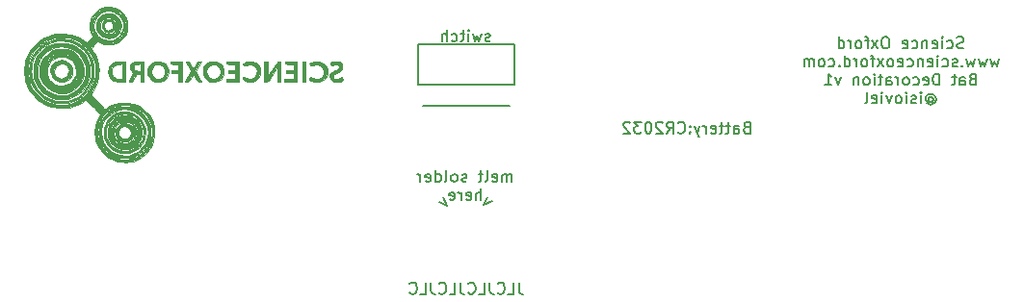
<source format=gbr>
%TF.GenerationSoftware,KiCad,Pcbnew,8.0.5*%
%TF.CreationDate,2025-02-18T13:06:52+00:00*%
%TF.ProjectId,bat-design,6261742d-6465-4736-9967-6e2e6b696361,v1*%
%TF.SameCoordinates,Original*%
%TF.FileFunction,Legend,Bot*%
%TF.FilePolarity,Positive*%
%FSLAX46Y46*%
G04 Gerber Fmt 4.6, Leading zero omitted, Abs format (unit mm)*
G04 Created by KiCad (PCBNEW 8.0.5) date 2025-02-18 13:06:52*
%MOMM*%
%LPD*%
G01*
G04 APERTURE LIST*
%ADD10C,0.150000*%
%ADD11C,0.203200*%
%ADD12C,0.010000*%
G04 APERTURE END LIST*
D10*
X93022224Y-168414626D02*
X93358941Y-169155405D01*
X93358941Y-169155405D02*
X92618163Y-168818687D01*
X99640448Y-175934019D02*
X99640448Y-176648304D01*
X99640448Y-176648304D02*
X99688067Y-176791161D01*
X99688067Y-176791161D02*
X99783305Y-176886400D01*
X99783305Y-176886400D02*
X99926162Y-176934019D01*
X99926162Y-176934019D02*
X100021400Y-176934019D01*
X98688067Y-176934019D02*
X99164257Y-176934019D01*
X99164257Y-176934019D02*
X99164257Y-175934019D01*
X97783305Y-176838780D02*
X97830924Y-176886400D01*
X97830924Y-176886400D02*
X97973781Y-176934019D01*
X97973781Y-176934019D02*
X98069019Y-176934019D01*
X98069019Y-176934019D02*
X98211876Y-176886400D01*
X98211876Y-176886400D02*
X98307114Y-176791161D01*
X98307114Y-176791161D02*
X98354733Y-176695923D01*
X98354733Y-176695923D02*
X98402352Y-176505447D01*
X98402352Y-176505447D02*
X98402352Y-176362590D01*
X98402352Y-176362590D02*
X98354733Y-176172114D01*
X98354733Y-176172114D02*
X98307114Y-176076876D01*
X98307114Y-176076876D02*
X98211876Y-175981638D01*
X98211876Y-175981638D02*
X98069019Y-175934019D01*
X98069019Y-175934019D02*
X97973781Y-175934019D01*
X97973781Y-175934019D02*
X97830924Y-175981638D01*
X97830924Y-175981638D02*
X97783305Y-176029257D01*
X97069019Y-175934019D02*
X97069019Y-176648304D01*
X97069019Y-176648304D02*
X97116638Y-176791161D01*
X97116638Y-176791161D02*
X97211876Y-176886400D01*
X97211876Y-176886400D02*
X97354733Y-176934019D01*
X97354733Y-176934019D02*
X97449971Y-176934019D01*
X96116638Y-176934019D02*
X96592828Y-176934019D01*
X96592828Y-176934019D02*
X96592828Y-175934019D01*
X95211876Y-176838780D02*
X95259495Y-176886400D01*
X95259495Y-176886400D02*
X95402352Y-176934019D01*
X95402352Y-176934019D02*
X95497590Y-176934019D01*
X95497590Y-176934019D02*
X95640447Y-176886400D01*
X95640447Y-176886400D02*
X95735685Y-176791161D01*
X95735685Y-176791161D02*
X95783304Y-176695923D01*
X95783304Y-176695923D02*
X95830923Y-176505447D01*
X95830923Y-176505447D02*
X95830923Y-176362590D01*
X95830923Y-176362590D02*
X95783304Y-176172114D01*
X95783304Y-176172114D02*
X95735685Y-176076876D01*
X95735685Y-176076876D02*
X95640447Y-175981638D01*
X95640447Y-175981638D02*
X95497590Y-175934019D01*
X95497590Y-175934019D02*
X95402352Y-175934019D01*
X95402352Y-175934019D02*
X95259495Y-175981638D01*
X95259495Y-175981638D02*
X95211876Y-176029257D01*
X94497590Y-175934019D02*
X94497590Y-176648304D01*
X94497590Y-176648304D02*
X94545209Y-176791161D01*
X94545209Y-176791161D02*
X94640447Y-176886400D01*
X94640447Y-176886400D02*
X94783304Y-176934019D01*
X94783304Y-176934019D02*
X94878542Y-176934019D01*
X93545209Y-176934019D02*
X94021399Y-176934019D01*
X94021399Y-176934019D02*
X94021399Y-175934019D01*
X92640447Y-176838780D02*
X92688066Y-176886400D01*
X92688066Y-176886400D02*
X92830923Y-176934019D01*
X92830923Y-176934019D02*
X92926161Y-176934019D01*
X92926161Y-176934019D02*
X93069018Y-176886400D01*
X93069018Y-176886400D02*
X93164256Y-176791161D01*
X93164256Y-176791161D02*
X93211875Y-176695923D01*
X93211875Y-176695923D02*
X93259494Y-176505447D01*
X93259494Y-176505447D02*
X93259494Y-176362590D01*
X93259494Y-176362590D02*
X93211875Y-176172114D01*
X93211875Y-176172114D02*
X93164256Y-176076876D01*
X93164256Y-176076876D02*
X93069018Y-175981638D01*
X93069018Y-175981638D02*
X92926161Y-175934019D01*
X92926161Y-175934019D02*
X92830923Y-175934019D01*
X92830923Y-175934019D02*
X92688066Y-175981638D01*
X92688066Y-175981638D02*
X92640447Y-176029257D01*
X91926161Y-175934019D02*
X91926161Y-176648304D01*
X91926161Y-176648304D02*
X91973780Y-176791161D01*
X91973780Y-176791161D02*
X92069018Y-176886400D01*
X92069018Y-176886400D02*
X92211875Y-176934019D01*
X92211875Y-176934019D02*
X92307113Y-176934019D01*
X90973780Y-176934019D02*
X91449970Y-176934019D01*
X91449970Y-176934019D02*
X91449970Y-175934019D01*
X90069018Y-176838780D02*
X90116637Y-176886400D01*
X90116637Y-176886400D02*
X90259494Y-176934019D01*
X90259494Y-176934019D02*
X90354732Y-176934019D01*
X90354732Y-176934019D02*
X90497589Y-176886400D01*
X90497589Y-176886400D02*
X90592827Y-176791161D01*
X90592827Y-176791161D02*
X90640446Y-176695923D01*
X90640446Y-176695923D02*
X90688065Y-176505447D01*
X90688065Y-176505447D02*
X90688065Y-176362590D01*
X90688065Y-176362590D02*
X90640446Y-176172114D01*
X90640446Y-176172114D02*
X90592827Y-176076876D01*
X90592827Y-176076876D02*
X90497589Y-175981638D01*
X90497589Y-175981638D02*
X90354732Y-175934019D01*
X90354732Y-175934019D02*
X90259494Y-175934019D01*
X90259494Y-175934019D02*
X90116637Y-175981638D01*
X90116637Y-175981638D02*
X90069018Y-176029257D01*
X99040438Y-167061247D02*
X99040438Y-166394580D01*
X99040438Y-166489818D02*
X98992819Y-166442199D01*
X98992819Y-166442199D02*
X98897581Y-166394580D01*
X98897581Y-166394580D02*
X98754724Y-166394580D01*
X98754724Y-166394580D02*
X98659486Y-166442199D01*
X98659486Y-166442199D02*
X98611867Y-166537437D01*
X98611867Y-166537437D02*
X98611867Y-167061247D01*
X98611867Y-166537437D02*
X98564248Y-166442199D01*
X98564248Y-166442199D02*
X98469010Y-166394580D01*
X98469010Y-166394580D02*
X98326153Y-166394580D01*
X98326153Y-166394580D02*
X98230914Y-166442199D01*
X98230914Y-166442199D02*
X98183295Y-166537437D01*
X98183295Y-166537437D02*
X98183295Y-167061247D01*
X97326153Y-167013628D02*
X97421391Y-167061247D01*
X97421391Y-167061247D02*
X97611867Y-167061247D01*
X97611867Y-167061247D02*
X97707105Y-167013628D01*
X97707105Y-167013628D02*
X97754724Y-166918389D01*
X97754724Y-166918389D02*
X97754724Y-166537437D01*
X97754724Y-166537437D02*
X97707105Y-166442199D01*
X97707105Y-166442199D02*
X97611867Y-166394580D01*
X97611867Y-166394580D02*
X97421391Y-166394580D01*
X97421391Y-166394580D02*
X97326153Y-166442199D01*
X97326153Y-166442199D02*
X97278534Y-166537437D01*
X97278534Y-166537437D02*
X97278534Y-166632675D01*
X97278534Y-166632675D02*
X97754724Y-166727913D01*
X96707105Y-167061247D02*
X96802343Y-167013628D01*
X96802343Y-167013628D02*
X96849962Y-166918389D01*
X96849962Y-166918389D02*
X96849962Y-166061247D01*
X96469009Y-166394580D02*
X96088057Y-166394580D01*
X96326152Y-166061247D02*
X96326152Y-166918389D01*
X96326152Y-166918389D02*
X96278533Y-167013628D01*
X96278533Y-167013628D02*
X96183295Y-167061247D01*
X96183295Y-167061247D02*
X96088057Y-167061247D01*
X95040437Y-167013628D02*
X94945199Y-167061247D01*
X94945199Y-167061247D02*
X94754723Y-167061247D01*
X94754723Y-167061247D02*
X94659485Y-167013628D01*
X94659485Y-167013628D02*
X94611866Y-166918389D01*
X94611866Y-166918389D02*
X94611866Y-166870770D01*
X94611866Y-166870770D02*
X94659485Y-166775532D01*
X94659485Y-166775532D02*
X94754723Y-166727913D01*
X94754723Y-166727913D02*
X94897580Y-166727913D01*
X94897580Y-166727913D02*
X94992818Y-166680294D01*
X94992818Y-166680294D02*
X95040437Y-166585056D01*
X95040437Y-166585056D02*
X95040437Y-166537437D01*
X95040437Y-166537437D02*
X94992818Y-166442199D01*
X94992818Y-166442199D02*
X94897580Y-166394580D01*
X94897580Y-166394580D02*
X94754723Y-166394580D01*
X94754723Y-166394580D02*
X94659485Y-166442199D01*
X94040437Y-167061247D02*
X94135675Y-167013628D01*
X94135675Y-167013628D02*
X94183294Y-166966008D01*
X94183294Y-166966008D02*
X94230913Y-166870770D01*
X94230913Y-166870770D02*
X94230913Y-166585056D01*
X94230913Y-166585056D02*
X94183294Y-166489818D01*
X94183294Y-166489818D02*
X94135675Y-166442199D01*
X94135675Y-166442199D02*
X94040437Y-166394580D01*
X94040437Y-166394580D02*
X93897580Y-166394580D01*
X93897580Y-166394580D02*
X93802342Y-166442199D01*
X93802342Y-166442199D02*
X93754723Y-166489818D01*
X93754723Y-166489818D02*
X93707104Y-166585056D01*
X93707104Y-166585056D02*
X93707104Y-166870770D01*
X93707104Y-166870770D02*
X93754723Y-166966008D01*
X93754723Y-166966008D02*
X93802342Y-167013628D01*
X93802342Y-167013628D02*
X93897580Y-167061247D01*
X93897580Y-167061247D02*
X94040437Y-167061247D01*
X93135675Y-167061247D02*
X93230913Y-167013628D01*
X93230913Y-167013628D02*
X93278532Y-166918389D01*
X93278532Y-166918389D02*
X93278532Y-166061247D01*
X92326151Y-167061247D02*
X92326151Y-166061247D01*
X92326151Y-167013628D02*
X92421389Y-167061247D01*
X92421389Y-167061247D02*
X92611865Y-167061247D01*
X92611865Y-167061247D02*
X92707103Y-167013628D01*
X92707103Y-167013628D02*
X92754722Y-166966008D01*
X92754722Y-166966008D02*
X92802341Y-166870770D01*
X92802341Y-166870770D02*
X92802341Y-166585056D01*
X92802341Y-166585056D02*
X92754722Y-166489818D01*
X92754722Y-166489818D02*
X92707103Y-166442199D01*
X92707103Y-166442199D02*
X92611865Y-166394580D01*
X92611865Y-166394580D02*
X92421389Y-166394580D01*
X92421389Y-166394580D02*
X92326151Y-166442199D01*
X91469008Y-167013628D02*
X91564246Y-167061247D01*
X91564246Y-167061247D02*
X91754722Y-167061247D01*
X91754722Y-167061247D02*
X91849960Y-167013628D01*
X91849960Y-167013628D02*
X91897579Y-166918389D01*
X91897579Y-166918389D02*
X91897579Y-166537437D01*
X91897579Y-166537437D02*
X91849960Y-166442199D01*
X91849960Y-166442199D02*
X91754722Y-166394580D01*
X91754722Y-166394580D02*
X91564246Y-166394580D01*
X91564246Y-166394580D02*
X91469008Y-166442199D01*
X91469008Y-166442199D02*
X91421389Y-166537437D01*
X91421389Y-166537437D02*
X91421389Y-166632675D01*
X91421389Y-166632675D02*
X91897579Y-166727913D01*
X90992817Y-167061247D02*
X90992817Y-166394580D01*
X90992817Y-166585056D02*
X90945198Y-166489818D01*
X90945198Y-166489818D02*
X90897579Y-166442199D01*
X90897579Y-166442199D02*
X90802341Y-166394580D01*
X90802341Y-166394580D02*
X90707103Y-166394580D01*
X96326152Y-168671191D02*
X96326152Y-167671191D01*
X95897581Y-168671191D02*
X95897581Y-168147381D01*
X95897581Y-168147381D02*
X95945200Y-168052143D01*
X95945200Y-168052143D02*
X96040438Y-168004524D01*
X96040438Y-168004524D02*
X96183295Y-168004524D01*
X96183295Y-168004524D02*
X96278533Y-168052143D01*
X96278533Y-168052143D02*
X96326152Y-168099762D01*
X95040438Y-168623572D02*
X95135676Y-168671191D01*
X95135676Y-168671191D02*
X95326152Y-168671191D01*
X95326152Y-168671191D02*
X95421390Y-168623572D01*
X95421390Y-168623572D02*
X95469009Y-168528333D01*
X95469009Y-168528333D02*
X95469009Y-168147381D01*
X95469009Y-168147381D02*
X95421390Y-168052143D01*
X95421390Y-168052143D02*
X95326152Y-168004524D01*
X95326152Y-168004524D02*
X95135676Y-168004524D01*
X95135676Y-168004524D02*
X95040438Y-168052143D01*
X95040438Y-168052143D02*
X94992819Y-168147381D01*
X94992819Y-168147381D02*
X94992819Y-168242619D01*
X94992819Y-168242619D02*
X95469009Y-168337857D01*
X94564247Y-168671191D02*
X94564247Y-168004524D01*
X94564247Y-168195000D02*
X94516628Y-168099762D01*
X94516628Y-168099762D02*
X94469009Y-168052143D01*
X94469009Y-168052143D02*
X94373771Y-168004524D01*
X94373771Y-168004524D02*
X94278533Y-168004524D01*
X93564247Y-168623572D02*
X93659485Y-168671191D01*
X93659485Y-168671191D02*
X93849961Y-168671191D01*
X93849961Y-168671191D02*
X93945199Y-168623572D01*
X93945199Y-168623572D02*
X93992818Y-168528333D01*
X93992818Y-168528333D02*
X93992818Y-168147381D01*
X93992818Y-168147381D02*
X93945199Y-168052143D01*
X93945199Y-168052143D02*
X93849961Y-168004524D01*
X93849961Y-168004524D02*
X93659485Y-168004524D01*
X93659485Y-168004524D02*
X93564247Y-168052143D01*
X93564247Y-168052143D02*
X93516628Y-168147381D01*
X93516628Y-168147381D02*
X93516628Y-168242619D01*
X93516628Y-168242619D02*
X93992818Y-168337857D01*
X97269373Y-168790424D02*
X96528594Y-169127141D01*
X96528594Y-169127141D02*
X96865312Y-168386363D01*
X138723000Y-155269084D02*
X138580143Y-155316703D01*
X138580143Y-155316703D02*
X138342048Y-155316703D01*
X138342048Y-155316703D02*
X138246810Y-155269084D01*
X138246810Y-155269084D02*
X138199191Y-155221464D01*
X138199191Y-155221464D02*
X138151572Y-155126226D01*
X138151572Y-155126226D02*
X138151572Y-155030988D01*
X138151572Y-155030988D02*
X138199191Y-154935750D01*
X138199191Y-154935750D02*
X138246810Y-154888131D01*
X138246810Y-154888131D02*
X138342048Y-154840512D01*
X138342048Y-154840512D02*
X138532524Y-154792893D01*
X138532524Y-154792893D02*
X138627762Y-154745274D01*
X138627762Y-154745274D02*
X138675381Y-154697655D01*
X138675381Y-154697655D02*
X138723000Y-154602417D01*
X138723000Y-154602417D02*
X138723000Y-154507179D01*
X138723000Y-154507179D02*
X138675381Y-154411941D01*
X138675381Y-154411941D02*
X138627762Y-154364322D01*
X138627762Y-154364322D02*
X138532524Y-154316703D01*
X138532524Y-154316703D02*
X138294429Y-154316703D01*
X138294429Y-154316703D02*
X138151572Y-154364322D01*
X137294429Y-155269084D02*
X137389667Y-155316703D01*
X137389667Y-155316703D02*
X137580143Y-155316703D01*
X137580143Y-155316703D02*
X137675381Y-155269084D01*
X137675381Y-155269084D02*
X137723000Y-155221464D01*
X137723000Y-155221464D02*
X137770619Y-155126226D01*
X137770619Y-155126226D02*
X137770619Y-154840512D01*
X137770619Y-154840512D02*
X137723000Y-154745274D01*
X137723000Y-154745274D02*
X137675381Y-154697655D01*
X137675381Y-154697655D02*
X137580143Y-154650036D01*
X137580143Y-154650036D02*
X137389667Y-154650036D01*
X137389667Y-154650036D02*
X137294429Y-154697655D01*
X136865857Y-155316703D02*
X136865857Y-154650036D01*
X136865857Y-154316703D02*
X136913476Y-154364322D01*
X136913476Y-154364322D02*
X136865857Y-154411941D01*
X136865857Y-154411941D02*
X136818238Y-154364322D01*
X136818238Y-154364322D02*
X136865857Y-154316703D01*
X136865857Y-154316703D02*
X136865857Y-154411941D01*
X136008715Y-155269084D02*
X136103953Y-155316703D01*
X136103953Y-155316703D02*
X136294429Y-155316703D01*
X136294429Y-155316703D02*
X136389667Y-155269084D01*
X136389667Y-155269084D02*
X136437286Y-155173845D01*
X136437286Y-155173845D02*
X136437286Y-154792893D01*
X136437286Y-154792893D02*
X136389667Y-154697655D01*
X136389667Y-154697655D02*
X136294429Y-154650036D01*
X136294429Y-154650036D02*
X136103953Y-154650036D01*
X136103953Y-154650036D02*
X136008715Y-154697655D01*
X136008715Y-154697655D02*
X135961096Y-154792893D01*
X135961096Y-154792893D02*
X135961096Y-154888131D01*
X135961096Y-154888131D02*
X136437286Y-154983369D01*
X135532524Y-154650036D02*
X135532524Y-155316703D01*
X135532524Y-154745274D02*
X135484905Y-154697655D01*
X135484905Y-154697655D02*
X135389667Y-154650036D01*
X135389667Y-154650036D02*
X135246810Y-154650036D01*
X135246810Y-154650036D02*
X135151572Y-154697655D01*
X135151572Y-154697655D02*
X135103953Y-154792893D01*
X135103953Y-154792893D02*
X135103953Y-155316703D01*
X134199191Y-155269084D02*
X134294429Y-155316703D01*
X134294429Y-155316703D02*
X134484905Y-155316703D01*
X134484905Y-155316703D02*
X134580143Y-155269084D01*
X134580143Y-155269084D02*
X134627762Y-155221464D01*
X134627762Y-155221464D02*
X134675381Y-155126226D01*
X134675381Y-155126226D02*
X134675381Y-154840512D01*
X134675381Y-154840512D02*
X134627762Y-154745274D01*
X134627762Y-154745274D02*
X134580143Y-154697655D01*
X134580143Y-154697655D02*
X134484905Y-154650036D01*
X134484905Y-154650036D02*
X134294429Y-154650036D01*
X134294429Y-154650036D02*
X134199191Y-154697655D01*
X133389667Y-155269084D02*
X133484905Y-155316703D01*
X133484905Y-155316703D02*
X133675381Y-155316703D01*
X133675381Y-155316703D02*
X133770619Y-155269084D01*
X133770619Y-155269084D02*
X133818238Y-155173845D01*
X133818238Y-155173845D02*
X133818238Y-154792893D01*
X133818238Y-154792893D02*
X133770619Y-154697655D01*
X133770619Y-154697655D02*
X133675381Y-154650036D01*
X133675381Y-154650036D02*
X133484905Y-154650036D01*
X133484905Y-154650036D02*
X133389667Y-154697655D01*
X133389667Y-154697655D02*
X133342048Y-154792893D01*
X133342048Y-154792893D02*
X133342048Y-154888131D01*
X133342048Y-154888131D02*
X133818238Y-154983369D01*
X131961095Y-154316703D02*
X131770619Y-154316703D01*
X131770619Y-154316703D02*
X131675381Y-154364322D01*
X131675381Y-154364322D02*
X131580143Y-154459560D01*
X131580143Y-154459560D02*
X131532524Y-154650036D01*
X131532524Y-154650036D02*
X131532524Y-154983369D01*
X131532524Y-154983369D02*
X131580143Y-155173845D01*
X131580143Y-155173845D02*
X131675381Y-155269084D01*
X131675381Y-155269084D02*
X131770619Y-155316703D01*
X131770619Y-155316703D02*
X131961095Y-155316703D01*
X131961095Y-155316703D02*
X132056333Y-155269084D01*
X132056333Y-155269084D02*
X132151571Y-155173845D01*
X132151571Y-155173845D02*
X132199190Y-154983369D01*
X132199190Y-154983369D02*
X132199190Y-154650036D01*
X132199190Y-154650036D02*
X132151571Y-154459560D01*
X132151571Y-154459560D02*
X132056333Y-154364322D01*
X132056333Y-154364322D02*
X131961095Y-154316703D01*
X131199190Y-155316703D02*
X130675381Y-154650036D01*
X131199190Y-154650036D02*
X130675381Y-155316703D01*
X130437285Y-154650036D02*
X130056333Y-154650036D01*
X130294428Y-155316703D02*
X130294428Y-154459560D01*
X130294428Y-154459560D02*
X130246809Y-154364322D01*
X130246809Y-154364322D02*
X130151571Y-154316703D01*
X130151571Y-154316703D02*
X130056333Y-154316703D01*
X129580142Y-155316703D02*
X129675380Y-155269084D01*
X129675380Y-155269084D02*
X129722999Y-155221464D01*
X129722999Y-155221464D02*
X129770618Y-155126226D01*
X129770618Y-155126226D02*
X129770618Y-154840512D01*
X129770618Y-154840512D02*
X129722999Y-154745274D01*
X129722999Y-154745274D02*
X129675380Y-154697655D01*
X129675380Y-154697655D02*
X129580142Y-154650036D01*
X129580142Y-154650036D02*
X129437285Y-154650036D01*
X129437285Y-154650036D02*
X129342047Y-154697655D01*
X129342047Y-154697655D02*
X129294428Y-154745274D01*
X129294428Y-154745274D02*
X129246809Y-154840512D01*
X129246809Y-154840512D02*
X129246809Y-155126226D01*
X129246809Y-155126226D02*
X129294428Y-155221464D01*
X129294428Y-155221464D02*
X129342047Y-155269084D01*
X129342047Y-155269084D02*
X129437285Y-155316703D01*
X129437285Y-155316703D02*
X129580142Y-155316703D01*
X128818237Y-155316703D02*
X128818237Y-154650036D01*
X128818237Y-154840512D02*
X128770618Y-154745274D01*
X128770618Y-154745274D02*
X128722999Y-154697655D01*
X128722999Y-154697655D02*
X128627761Y-154650036D01*
X128627761Y-154650036D02*
X128532523Y-154650036D01*
X127770618Y-155316703D02*
X127770618Y-154316703D01*
X127770618Y-155269084D02*
X127865856Y-155316703D01*
X127865856Y-155316703D02*
X128056332Y-155316703D01*
X128056332Y-155316703D02*
X128151570Y-155269084D01*
X128151570Y-155269084D02*
X128199189Y-155221464D01*
X128199189Y-155221464D02*
X128246808Y-155126226D01*
X128246808Y-155126226D02*
X128246808Y-154840512D01*
X128246808Y-154840512D02*
X128199189Y-154745274D01*
X128199189Y-154745274D02*
X128151570Y-154697655D01*
X128151570Y-154697655D02*
X128056332Y-154650036D01*
X128056332Y-154650036D02*
X127865856Y-154650036D01*
X127865856Y-154650036D02*
X127770618Y-154697655D01*
X141842047Y-156259980D02*
X141651571Y-156926647D01*
X141651571Y-156926647D02*
X141461095Y-156450456D01*
X141461095Y-156450456D02*
X141270619Y-156926647D01*
X141270619Y-156926647D02*
X141080143Y-156259980D01*
X140794428Y-156259980D02*
X140603952Y-156926647D01*
X140603952Y-156926647D02*
X140413476Y-156450456D01*
X140413476Y-156450456D02*
X140223000Y-156926647D01*
X140223000Y-156926647D02*
X140032524Y-156259980D01*
X139746809Y-156259980D02*
X139556333Y-156926647D01*
X139556333Y-156926647D02*
X139365857Y-156450456D01*
X139365857Y-156450456D02*
X139175381Y-156926647D01*
X139175381Y-156926647D02*
X138984905Y-156259980D01*
X138603952Y-156831408D02*
X138556333Y-156879028D01*
X138556333Y-156879028D02*
X138603952Y-156926647D01*
X138603952Y-156926647D02*
X138651571Y-156879028D01*
X138651571Y-156879028D02*
X138603952Y-156831408D01*
X138603952Y-156831408D02*
X138603952Y-156926647D01*
X138175381Y-156879028D02*
X138080143Y-156926647D01*
X138080143Y-156926647D02*
X137889667Y-156926647D01*
X137889667Y-156926647D02*
X137794429Y-156879028D01*
X137794429Y-156879028D02*
X137746810Y-156783789D01*
X137746810Y-156783789D02*
X137746810Y-156736170D01*
X137746810Y-156736170D02*
X137794429Y-156640932D01*
X137794429Y-156640932D02*
X137889667Y-156593313D01*
X137889667Y-156593313D02*
X138032524Y-156593313D01*
X138032524Y-156593313D02*
X138127762Y-156545694D01*
X138127762Y-156545694D02*
X138175381Y-156450456D01*
X138175381Y-156450456D02*
X138175381Y-156402837D01*
X138175381Y-156402837D02*
X138127762Y-156307599D01*
X138127762Y-156307599D02*
X138032524Y-156259980D01*
X138032524Y-156259980D02*
X137889667Y-156259980D01*
X137889667Y-156259980D02*
X137794429Y-156307599D01*
X136889667Y-156879028D02*
X136984905Y-156926647D01*
X136984905Y-156926647D02*
X137175381Y-156926647D01*
X137175381Y-156926647D02*
X137270619Y-156879028D01*
X137270619Y-156879028D02*
X137318238Y-156831408D01*
X137318238Y-156831408D02*
X137365857Y-156736170D01*
X137365857Y-156736170D02*
X137365857Y-156450456D01*
X137365857Y-156450456D02*
X137318238Y-156355218D01*
X137318238Y-156355218D02*
X137270619Y-156307599D01*
X137270619Y-156307599D02*
X137175381Y-156259980D01*
X137175381Y-156259980D02*
X136984905Y-156259980D01*
X136984905Y-156259980D02*
X136889667Y-156307599D01*
X136461095Y-156926647D02*
X136461095Y-156259980D01*
X136461095Y-155926647D02*
X136508714Y-155974266D01*
X136508714Y-155974266D02*
X136461095Y-156021885D01*
X136461095Y-156021885D02*
X136413476Y-155974266D01*
X136413476Y-155974266D02*
X136461095Y-155926647D01*
X136461095Y-155926647D02*
X136461095Y-156021885D01*
X135603953Y-156879028D02*
X135699191Y-156926647D01*
X135699191Y-156926647D02*
X135889667Y-156926647D01*
X135889667Y-156926647D02*
X135984905Y-156879028D01*
X135984905Y-156879028D02*
X136032524Y-156783789D01*
X136032524Y-156783789D02*
X136032524Y-156402837D01*
X136032524Y-156402837D02*
X135984905Y-156307599D01*
X135984905Y-156307599D02*
X135889667Y-156259980D01*
X135889667Y-156259980D02*
X135699191Y-156259980D01*
X135699191Y-156259980D02*
X135603953Y-156307599D01*
X135603953Y-156307599D02*
X135556334Y-156402837D01*
X135556334Y-156402837D02*
X135556334Y-156498075D01*
X135556334Y-156498075D02*
X136032524Y-156593313D01*
X135127762Y-156259980D02*
X135127762Y-156926647D01*
X135127762Y-156355218D02*
X135080143Y-156307599D01*
X135080143Y-156307599D02*
X134984905Y-156259980D01*
X134984905Y-156259980D02*
X134842048Y-156259980D01*
X134842048Y-156259980D02*
X134746810Y-156307599D01*
X134746810Y-156307599D02*
X134699191Y-156402837D01*
X134699191Y-156402837D02*
X134699191Y-156926647D01*
X133794429Y-156879028D02*
X133889667Y-156926647D01*
X133889667Y-156926647D02*
X134080143Y-156926647D01*
X134080143Y-156926647D02*
X134175381Y-156879028D01*
X134175381Y-156879028D02*
X134223000Y-156831408D01*
X134223000Y-156831408D02*
X134270619Y-156736170D01*
X134270619Y-156736170D02*
X134270619Y-156450456D01*
X134270619Y-156450456D02*
X134223000Y-156355218D01*
X134223000Y-156355218D02*
X134175381Y-156307599D01*
X134175381Y-156307599D02*
X134080143Y-156259980D01*
X134080143Y-156259980D02*
X133889667Y-156259980D01*
X133889667Y-156259980D02*
X133794429Y-156307599D01*
X132984905Y-156879028D02*
X133080143Y-156926647D01*
X133080143Y-156926647D02*
X133270619Y-156926647D01*
X133270619Y-156926647D02*
X133365857Y-156879028D01*
X133365857Y-156879028D02*
X133413476Y-156783789D01*
X133413476Y-156783789D02*
X133413476Y-156402837D01*
X133413476Y-156402837D02*
X133365857Y-156307599D01*
X133365857Y-156307599D02*
X133270619Y-156259980D01*
X133270619Y-156259980D02*
X133080143Y-156259980D01*
X133080143Y-156259980D02*
X132984905Y-156307599D01*
X132984905Y-156307599D02*
X132937286Y-156402837D01*
X132937286Y-156402837D02*
X132937286Y-156498075D01*
X132937286Y-156498075D02*
X133413476Y-156593313D01*
X132365857Y-156926647D02*
X132461095Y-156879028D01*
X132461095Y-156879028D02*
X132508714Y-156831408D01*
X132508714Y-156831408D02*
X132556333Y-156736170D01*
X132556333Y-156736170D02*
X132556333Y-156450456D01*
X132556333Y-156450456D02*
X132508714Y-156355218D01*
X132508714Y-156355218D02*
X132461095Y-156307599D01*
X132461095Y-156307599D02*
X132365857Y-156259980D01*
X132365857Y-156259980D02*
X132223000Y-156259980D01*
X132223000Y-156259980D02*
X132127762Y-156307599D01*
X132127762Y-156307599D02*
X132080143Y-156355218D01*
X132080143Y-156355218D02*
X132032524Y-156450456D01*
X132032524Y-156450456D02*
X132032524Y-156736170D01*
X132032524Y-156736170D02*
X132080143Y-156831408D01*
X132080143Y-156831408D02*
X132127762Y-156879028D01*
X132127762Y-156879028D02*
X132223000Y-156926647D01*
X132223000Y-156926647D02*
X132365857Y-156926647D01*
X131699190Y-156926647D02*
X131175381Y-156259980D01*
X131699190Y-156259980D02*
X131175381Y-156926647D01*
X130937285Y-156259980D02*
X130556333Y-156259980D01*
X130794428Y-156926647D02*
X130794428Y-156069504D01*
X130794428Y-156069504D02*
X130746809Y-155974266D01*
X130746809Y-155974266D02*
X130651571Y-155926647D01*
X130651571Y-155926647D02*
X130556333Y-155926647D01*
X130080142Y-156926647D02*
X130175380Y-156879028D01*
X130175380Y-156879028D02*
X130222999Y-156831408D01*
X130222999Y-156831408D02*
X130270618Y-156736170D01*
X130270618Y-156736170D02*
X130270618Y-156450456D01*
X130270618Y-156450456D02*
X130222999Y-156355218D01*
X130222999Y-156355218D02*
X130175380Y-156307599D01*
X130175380Y-156307599D02*
X130080142Y-156259980D01*
X130080142Y-156259980D02*
X129937285Y-156259980D01*
X129937285Y-156259980D02*
X129842047Y-156307599D01*
X129842047Y-156307599D02*
X129794428Y-156355218D01*
X129794428Y-156355218D02*
X129746809Y-156450456D01*
X129746809Y-156450456D02*
X129746809Y-156736170D01*
X129746809Y-156736170D02*
X129794428Y-156831408D01*
X129794428Y-156831408D02*
X129842047Y-156879028D01*
X129842047Y-156879028D02*
X129937285Y-156926647D01*
X129937285Y-156926647D02*
X130080142Y-156926647D01*
X129318237Y-156926647D02*
X129318237Y-156259980D01*
X129318237Y-156450456D02*
X129270618Y-156355218D01*
X129270618Y-156355218D02*
X129222999Y-156307599D01*
X129222999Y-156307599D02*
X129127761Y-156259980D01*
X129127761Y-156259980D02*
X129032523Y-156259980D01*
X128270618Y-156926647D02*
X128270618Y-155926647D01*
X128270618Y-156879028D02*
X128365856Y-156926647D01*
X128365856Y-156926647D02*
X128556332Y-156926647D01*
X128556332Y-156926647D02*
X128651570Y-156879028D01*
X128651570Y-156879028D02*
X128699189Y-156831408D01*
X128699189Y-156831408D02*
X128746808Y-156736170D01*
X128746808Y-156736170D02*
X128746808Y-156450456D01*
X128746808Y-156450456D02*
X128699189Y-156355218D01*
X128699189Y-156355218D02*
X128651570Y-156307599D01*
X128651570Y-156307599D02*
X128556332Y-156259980D01*
X128556332Y-156259980D02*
X128365856Y-156259980D01*
X128365856Y-156259980D02*
X128270618Y-156307599D01*
X127794427Y-156831408D02*
X127746808Y-156879028D01*
X127746808Y-156879028D02*
X127794427Y-156926647D01*
X127794427Y-156926647D02*
X127842046Y-156879028D01*
X127842046Y-156879028D02*
X127794427Y-156831408D01*
X127794427Y-156831408D02*
X127794427Y-156926647D01*
X126889666Y-156879028D02*
X126984904Y-156926647D01*
X126984904Y-156926647D02*
X127175380Y-156926647D01*
X127175380Y-156926647D02*
X127270618Y-156879028D01*
X127270618Y-156879028D02*
X127318237Y-156831408D01*
X127318237Y-156831408D02*
X127365856Y-156736170D01*
X127365856Y-156736170D02*
X127365856Y-156450456D01*
X127365856Y-156450456D02*
X127318237Y-156355218D01*
X127318237Y-156355218D02*
X127270618Y-156307599D01*
X127270618Y-156307599D02*
X127175380Y-156259980D01*
X127175380Y-156259980D02*
X126984904Y-156259980D01*
X126984904Y-156259980D02*
X126889666Y-156307599D01*
X126318237Y-156926647D02*
X126413475Y-156879028D01*
X126413475Y-156879028D02*
X126461094Y-156831408D01*
X126461094Y-156831408D02*
X126508713Y-156736170D01*
X126508713Y-156736170D02*
X126508713Y-156450456D01*
X126508713Y-156450456D02*
X126461094Y-156355218D01*
X126461094Y-156355218D02*
X126413475Y-156307599D01*
X126413475Y-156307599D02*
X126318237Y-156259980D01*
X126318237Y-156259980D02*
X126175380Y-156259980D01*
X126175380Y-156259980D02*
X126080142Y-156307599D01*
X126080142Y-156307599D02*
X126032523Y-156355218D01*
X126032523Y-156355218D02*
X125984904Y-156450456D01*
X125984904Y-156450456D02*
X125984904Y-156736170D01*
X125984904Y-156736170D02*
X126032523Y-156831408D01*
X126032523Y-156831408D02*
X126080142Y-156879028D01*
X126080142Y-156879028D02*
X126175380Y-156926647D01*
X126175380Y-156926647D02*
X126318237Y-156926647D01*
X125556332Y-156926647D02*
X125556332Y-156259980D01*
X125556332Y-156355218D02*
X125508713Y-156307599D01*
X125508713Y-156307599D02*
X125413475Y-156259980D01*
X125413475Y-156259980D02*
X125270618Y-156259980D01*
X125270618Y-156259980D02*
X125175380Y-156307599D01*
X125175380Y-156307599D02*
X125127761Y-156402837D01*
X125127761Y-156402837D02*
X125127761Y-156926647D01*
X125127761Y-156402837D02*
X125080142Y-156307599D01*
X125080142Y-156307599D02*
X124984904Y-156259980D01*
X124984904Y-156259980D02*
X124842047Y-156259980D01*
X124842047Y-156259980D02*
X124746808Y-156307599D01*
X124746808Y-156307599D02*
X124699189Y-156402837D01*
X124699189Y-156402837D02*
X124699189Y-156926647D01*
X139508715Y-158012781D02*
X139365858Y-158060400D01*
X139365858Y-158060400D02*
X139318239Y-158108019D01*
X139318239Y-158108019D02*
X139270620Y-158203257D01*
X139270620Y-158203257D02*
X139270620Y-158346114D01*
X139270620Y-158346114D02*
X139318239Y-158441352D01*
X139318239Y-158441352D02*
X139365858Y-158488972D01*
X139365858Y-158488972D02*
X139461096Y-158536591D01*
X139461096Y-158536591D02*
X139842048Y-158536591D01*
X139842048Y-158536591D02*
X139842048Y-157536591D01*
X139842048Y-157536591D02*
X139508715Y-157536591D01*
X139508715Y-157536591D02*
X139413477Y-157584210D01*
X139413477Y-157584210D02*
X139365858Y-157631829D01*
X139365858Y-157631829D02*
X139318239Y-157727067D01*
X139318239Y-157727067D02*
X139318239Y-157822305D01*
X139318239Y-157822305D02*
X139365858Y-157917543D01*
X139365858Y-157917543D02*
X139413477Y-157965162D01*
X139413477Y-157965162D02*
X139508715Y-158012781D01*
X139508715Y-158012781D02*
X139842048Y-158012781D01*
X138413477Y-158536591D02*
X138413477Y-158012781D01*
X138413477Y-158012781D02*
X138461096Y-157917543D01*
X138461096Y-157917543D02*
X138556334Y-157869924D01*
X138556334Y-157869924D02*
X138746810Y-157869924D01*
X138746810Y-157869924D02*
X138842048Y-157917543D01*
X138413477Y-158488972D02*
X138508715Y-158536591D01*
X138508715Y-158536591D02*
X138746810Y-158536591D01*
X138746810Y-158536591D02*
X138842048Y-158488972D01*
X138842048Y-158488972D02*
X138889667Y-158393733D01*
X138889667Y-158393733D02*
X138889667Y-158298495D01*
X138889667Y-158298495D02*
X138842048Y-158203257D01*
X138842048Y-158203257D02*
X138746810Y-158155638D01*
X138746810Y-158155638D02*
X138508715Y-158155638D01*
X138508715Y-158155638D02*
X138413477Y-158108019D01*
X138080143Y-157869924D02*
X137699191Y-157869924D01*
X137937286Y-157536591D02*
X137937286Y-158393733D01*
X137937286Y-158393733D02*
X137889667Y-158488972D01*
X137889667Y-158488972D02*
X137794429Y-158536591D01*
X137794429Y-158536591D02*
X137699191Y-158536591D01*
X136603952Y-158536591D02*
X136603952Y-157536591D01*
X136603952Y-157536591D02*
X136365857Y-157536591D01*
X136365857Y-157536591D02*
X136223000Y-157584210D01*
X136223000Y-157584210D02*
X136127762Y-157679448D01*
X136127762Y-157679448D02*
X136080143Y-157774686D01*
X136080143Y-157774686D02*
X136032524Y-157965162D01*
X136032524Y-157965162D02*
X136032524Y-158108019D01*
X136032524Y-158108019D02*
X136080143Y-158298495D01*
X136080143Y-158298495D02*
X136127762Y-158393733D01*
X136127762Y-158393733D02*
X136223000Y-158488972D01*
X136223000Y-158488972D02*
X136365857Y-158536591D01*
X136365857Y-158536591D02*
X136603952Y-158536591D01*
X135223000Y-158488972D02*
X135318238Y-158536591D01*
X135318238Y-158536591D02*
X135508714Y-158536591D01*
X135508714Y-158536591D02*
X135603952Y-158488972D01*
X135603952Y-158488972D02*
X135651571Y-158393733D01*
X135651571Y-158393733D02*
X135651571Y-158012781D01*
X135651571Y-158012781D02*
X135603952Y-157917543D01*
X135603952Y-157917543D02*
X135508714Y-157869924D01*
X135508714Y-157869924D02*
X135318238Y-157869924D01*
X135318238Y-157869924D02*
X135223000Y-157917543D01*
X135223000Y-157917543D02*
X135175381Y-158012781D01*
X135175381Y-158012781D02*
X135175381Y-158108019D01*
X135175381Y-158108019D02*
X135651571Y-158203257D01*
X134318238Y-158488972D02*
X134413476Y-158536591D01*
X134413476Y-158536591D02*
X134603952Y-158536591D01*
X134603952Y-158536591D02*
X134699190Y-158488972D01*
X134699190Y-158488972D02*
X134746809Y-158441352D01*
X134746809Y-158441352D02*
X134794428Y-158346114D01*
X134794428Y-158346114D02*
X134794428Y-158060400D01*
X134794428Y-158060400D02*
X134746809Y-157965162D01*
X134746809Y-157965162D02*
X134699190Y-157917543D01*
X134699190Y-157917543D02*
X134603952Y-157869924D01*
X134603952Y-157869924D02*
X134413476Y-157869924D01*
X134413476Y-157869924D02*
X134318238Y-157917543D01*
X133746809Y-158536591D02*
X133842047Y-158488972D01*
X133842047Y-158488972D02*
X133889666Y-158441352D01*
X133889666Y-158441352D02*
X133937285Y-158346114D01*
X133937285Y-158346114D02*
X133937285Y-158060400D01*
X133937285Y-158060400D02*
X133889666Y-157965162D01*
X133889666Y-157965162D02*
X133842047Y-157917543D01*
X133842047Y-157917543D02*
X133746809Y-157869924D01*
X133746809Y-157869924D02*
X133603952Y-157869924D01*
X133603952Y-157869924D02*
X133508714Y-157917543D01*
X133508714Y-157917543D02*
X133461095Y-157965162D01*
X133461095Y-157965162D02*
X133413476Y-158060400D01*
X133413476Y-158060400D02*
X133413476Y-158346114D01*
X133413476Y-158346114D02*
X133461095Y-158441352D01*
X133461095Y-158441352D02*
X133508714Y-158488972D01*
X133508714Y-158488972D02*
X133603952Y-158536591D01*
X133603952Y-158536591D02*
X133746809Y-158536591D01*
X132984904Y-158536591D02*
X132984904Y-157869924D01*
X132984904Y-158060400D02*
X132937285Y-157965162D01*
X132937285Y-157965162D02*
X132889666Y-157917543D01*
X132889666Y-157917543D02*
X132794428Y-157869924D01*
X132794428Y-157869924D02*
X132699190Y-157869924D01*
X131937285Y-158536591D02*
X131937285Y-158012781D01*
X131937285Y-158012781D02*
X131984904Y-157917543D01*
X131984904Y-157917543D02*
X132080142Y-157869924D01*
X132080142Y-157869924D02*
X132270618Y-157869924D01*
X132270618Y-157869924D02*
X132365856Y-157917543D01*
X131937285Y-158488972D02*
X132032523Y-158536591D01*
X132032523Y-158536591D02*
X132270618Y-158536591D01*
X132270618Y-158536591D02*
X132365856Y-158488972D01*
X132365856Y-158488972D02*
X132413475Y-158393733D01*
X132413475Y-158393733D02*
X132413475Y-158298495D01*
X132413475Y-158298495D02*
X132365856Y-158203257D01*
X132365856Y-158203257D02*
X132270618Y-158155638D01*
X132270618Y-158155638D02*
X132032523Y-158155638D01*
X132032523Y-158155638D02*
X131937285Y-158108019D01*
X131603951Y-157869924D02*
X131222999Y-157869924D01*
X131461094Y-157536591D02*
X131461094Y-158393733D01*
X131461094Y-158393733D02*
X131413475Y-158488972D01*
X131413475Y-158488972D02*
X131318237Y-158536591D01*
X131318237Y-158536591D02*
X131222999Y-158536591D01*
X130889665Y-158536591D02*
X130889665Y-157869924D01*
X130889665Y-157536591D02*
X130937284Y-157584210D01*
X130937284Y-157584210D02*
X130889665Y-157631829D01*
X130889665Y-157631829D02*
X130842046Y-157584210D01*
X130842046Y-157584210D02*
X130889665Y-157536591D01*
X130889665Y-157536591D02*
X130889665Y-157631829D01*
X130270618Y-158536591D02*
X130365856Y-158488972D01*
X130365856Y-158488972D02*
X130413475Y-158441352D01*
X130413475Y-158441352D02*
X130461094Y-158346114D01*
X130461094Y-158346114D02*
X130461094Y-158060400D01*
X130461094Y-158060400D02*
X130413475Y-157965162D01*
X130413475Y-157965162D02*
X130365856Y-157917543D01*
X130365856Y-157917543D02*
X130270618Y-157869924D01*
X130270618Y-157869924D02*
X130127761Y-157869924D01*
X130127761Y-157869924D02*
X130032523Y-157917543D01*
X130032523Y-157917543D02*
X129984904Y-157965162D01*
X129984904Y-157965162D02*
X129937285Y-158060400D01*
X129937285Y-158060400D02*
X129937285Y-158346114D01*
X129937285Y-158346114D02*
X129984904Y-158441352D01*
X129984904Y-158441352D02*
X130032523Y-158488972D01*
X130032523Y-158488972D02*
X130127761Y-158536591D01*
X130127761Y-158536591D02*
X130270618Y-158536591D01*
X129508713Y-157869924D02*
X129508713Y-158536591D01*
X129508713Y-157965162D02*
X129461094Y-157917543D01*
X129461094Y-157917543D02*
X129365856Y-157869924D01*
X129365856Y-157869924D02*
X129222999Y-157869924D01*
X129222999Y-157869924D02*
X129127761Y-157917543D01*
X129127761Y-157917543D02*
X129080142Y-158012781D01*
X129080142Y-158012781D02*
X129080142Y-158536591D01*
X127937284Y-157869924D02*
X127699189Y-158536591D01*
X127699189Y-158536591D02*
X127461094Y-157869924D01*
X126556332Y-158536591D02*
X127127760Y-158536591D01*
X126842046Y-158536591D02*
X126842046Y-157536591D01*
X126842046Y-157536591D02*
X126937284Y-157679448D01*
X126937284Y-157679448D02*
X127032522Y-157774686D01*
X127032522Y-157774686D02*
X127127760Y-157822305D01*
X135651571Y-159670344D02*
X135699190Y-159622725D01*
X135699190Y-159622725D02*
X135794428Y-159575106D01*
X135794428Y-159575106D02*
X135889666Y-159575106D01*
X135889666Y-159575106D02*
X135984904Y-159622725D01*
X135984904Y-159622725D02*
X136032523Y-159670344D01*
X136032523Y-159670344D02*
X136080142Y-159765582D01*
X136080142Y-159765582D02*
X136080142Y-159860820D01*
X136080142Y-159860820D02*
X136032523Y-159956058D01*
X136032523Y-159956058D02*
X135984904Y-160003677D01*
X135984904Y-160003677D02*
X135889666Y-160051296D01*
X135889666Y-160051296D02*
X135794428Y-160051296D01*
X135794428Y-160051296D02*
X135699190Y-160003677D01*
X135699190Y-160003677D02*
X135651571Y-159956058D01*
X135651571Y-159575106D02*
X135651571Y-159956058D01*
X135651571Y-159956058D02*
X135603952Y-160003677D01*
X135603952Y-160003677D02*
X135556333Y-160003677D01*
X135556333Y-160003677D02*
X135461094Y-159956058D01*
X135461094Y-159956058D02*
X135413475Y-159860820D01*
X135413475Y-159860820D02*
X135413475Y-159622725D01*
X135413475Y-159622725D02*
X135508714Y-159479868D01*
X135508714Y-159479868D02*
X135651571Y-159384630D01*
X135651571Y-159384630D02*
X135842047Y-159337011D01*
X135842047Y-159337011D02*
X136032523Y-159384630D01*
X136032523Y-159384630D02*
X136175380Y-159479868D01*
X136175380Y-159479868D02*
X136270618Y-159622725D01*
X136270618Y-159622725D02*
X136318237Y-159813201D01*
X136318237Y-159813201D02*
X136270618Y-160003677D01*
X136270618Y-160003677D02*
X136175380Y-160146535D01*
X136175380Y-160146535D02*
X136032523Y-160241773D01*
X136032523Y-160241773D02*
X135842047Y-160289392D01*
X135842047Y-160289392D02*
X135651571Y-160241773D01*
X135651571Y-160241773D02*
X135508714Y-160146535D01*
X134984904Y-160146535D02*
X134984904Y-159479868D01*
X134984904Y-159146535D02*
X135032523Y-159194154D01*
X135032523Y-159194154D02*
X134984904Y-159241773D01*
X134984904Y-159241773D02*
X134937285Y-159194154D01*
X134937285Y-159194154D02*
X134984904Y-159146535D01*
X134984904Y-159146535D02*
X134984904Y-159241773D01*
X134556333Y-160098916D02*
X134461095Y-160146535D01*
X134461095Y-160146535D02*
X134270619Y-160146535D01*
X134270619Y-160146535D02*
X134175381Y-160098916D01*
X134175381Y-160098916D02*
X134127762Y-160003677D01*
X134127762Y-160003677D02*
X134127762Y-159956058D01*
X134127762Y-159956058D02*
X134175381Y-159860820D01*
X134175381Y-159860820D02*
X134270619Y-159813201D01*
X134270619Y-159813201D02*
X134413476Y-159813201D01*
X134413476Y-159813201D02*
X134508714Y-159765582D01*
X134508714Y-159765582D02*
X134556333Y-159670344D01*
X134556333Y-159670344D02*
X134556333Y-159622725D01*
X134556333Y-159622725D02*
X134508714Y-159527487D01*
X134508714Y-159527487D02*
X134413476Y-159479868D01*
X134413476Y-159479868D02*
X134270619Y-159479868D01*
X134270619Y-159479868D02*
X134175381Y-159527487D01*
X133699190Y-160146535D02*
X133699190Y-159479868D01*
X133699190Y-159146535D02*
X133746809Y-159194154D01*
X133746809Y-159194154D02*
X133699190Y-159241773D01*
X133699190Y-159241773D02*
X133651571Y-159194154D01*
X133651571Y-159194154D02*
X133699190Y-159146535D01*
X133699190Y-159146535D02*
X133699190Y-159241773D01*
X133080143Y-160146535D02*
X133175381Y-160098916D01*
X133175381Y-160098916D02*
X133223000Y-160051296D01*
X133223000Y-160051296D02*
X133270619Y-159956058D01*
X133270619Y-159956058D02*
X133270619Y-159670344D01*
X133270619Y-159670344D02*
X133223000Y-159575106D01*
X133223000Y-159575106D02*
X133175381Y-159527487D01*
X133175381Y-159527487D02*
X133080143Y-159479868D01*
X133080143Y-159479868D02*
X132937286Y-159479868D01*
X132937286Y-159479868D02*
X132842048Y-159527487D01*
X132842048Y-159527487D02*
X132794429Y-159575106D01*
X132794429Y-159575106D02*
X132746810Y-159670344D01*
X132746810Y-159670344D02*
X132746810Y-159956058D01*
X132746810Y-159956058D02*
X132794429Y-160051296D01*
X132794429Y-160051296D02*
X132842048Y-160098916D01*
X132842048Y-160098916D02*
X132937286Y-160146535D01*
X132937286Y-160146535D02*
X133080143Y-160146535D01*
X132413476Y-159479868D02*
X132175381Y-160146535D01*
X132175381Y-160146535D02*
X131937286Y-159479868D01*
X131556333Y-160146535D02*
X131556333Y-159479868D01*
X131556333Y-159146535D02*
X131603952Y-159194154D01*
X131603952Y-159194154D02*
X131556333Y-159241773D01*
X131556333Y-159241773D02*
X131508714Y-159194154D01*
X131508714Y-159194154D02*
X131556333Y-159146535D01*
X131556333Y-159146535D02*
X131556333Y-159241773D01*
X130699191Y-160098916D02*
X130794429Y-160146535D01*
X130794429Y-160146535D02*
X130984905Y-160146535D01*
X130984905Y-160146535D02*
X131080143Y-160098916D01*
X131080143Y-160098916D02*
X131127762Y-160003677D01*
X131127762Y-160003677D02*
X131127762Y-159622725D01*
X131127762Y-159622725D02*
X131080143Y-159527487D01*
X131080143Y-159527487D02*
X130984905Y-159479868D01*
X130984905Y-159479868D02*
X130794429Y-159479868D01*
X130794429Y-159479868D02*
X130699191Y-159527487D01*
X130699191Y-159527487D02*
X130651572Y-159622725D01*
X130651572Y-159622725D02*
X130651572Y-159717963D01*
X130651572Y-159717963D02*
X131127762Y-159813201D01*
X130080143Y-160146535D02*
X130175381Y-160098916D01*
X130175381Y-160098916D02*
X130223000Y-160003677D01*
X130223000Y-160003677D02*
X130223000Y-159146535D01*
X119641286Y-162262409D02*
X119498429Y-162310028D01*
X119498429Y-162310028D02*
X119450810Y-162357647D01*
X119450810Y-162357647D02*
X119403191Y-162452885D01*
X119403191Y-162452885D02*
X119403191Y-162595742D01*
X119403191Y-162595742D02*
X119450810Y-162690980D01*
X119450810Y-162690980D02*
X119498429Y-162738600D01*
X119498429Y-162738600D02*
X119593667Y-162786219D01*
X119593667Y-162786219D02*
X119974619Y-162786219D01*
X119974619Y-162786219D02*
X119974619Y-161786219D01*
X119974619Y-161786219D02*
X119641286Y-161786219D01*
X119641286Y-161786219D02*
X119546048Y-161833838D01*
X119546048Y-161833838D02*
X119498429Y-161881457D01*
X119498429Y-161881457D02*
X119450810Y-161976695D01*
X119450810Y-161976695D02*
X119450810Y-162071933D01*
X119450810Y-162071933D02*
X119498429Y-162167171D01*
X119498429Y-162167171D02*
X119546048Y-162214790D01*
X119546048Y-162214790D02*
X119641286Y-162262409D01*
X119641286Y-162262409D02*
X119974619Y-162262409D01*
X118546048Y-162786219D02*
X118546048Y-162262409D01*
X118546048Y-162262409D02*
X118593667Y-162167171D01*
X118593667Y-162167171D02*
X118688905Y-162119552D01*
X118688905Y-162119552D02*
X118879381Y-162119552D01*
X118879381Y-162119552D02*
X118974619Y-162167171D01*
X118546048Y-162738600D02*
X118641286Y-162786219D01*
X118641286Y-162786219D02*
X118879381Y-162786219D01*
X118879381Y-162786219D02*
X118974619Y-162738600D01*
X118974619Y-162738600D02*
X119022238Y-162643361D01*
X119022238Y-162643361D02*
X119022238Y-162548123D01*
X119022238Y-162548123D02*
X118974619Y-162452885D01*
X118974619Y-162452885D02*
X118879381Y-162405266D01*
X118879381Y-162405266D02*
X118641286Y-162405266D01*
X118641286Y-162405266D02*
X118546048Y-162357647D01*
X118212714Y-162119552D02*
X117831762Y-162119552D01*
X118069857Y-161786219D02*
X118069857Y-162643361D01*
X118069857Y-162643361D02*
X118022238Y-162738600D01*
X118022238Y-162738600D02*
X117927000Y-162786219D01*
X117927000Y-162786219D02*
X117831762Y-162786219D01*
X117641285Y-162119552D02*
X117260333Y-162119552D01*
X117498428Y-161786219D02*
X117498428Y-162643361D01*
X117498428Y-162643361D02*
X117450809Y-162738600D01*
X117450809Y-162738600D02*
X117355571Y-162786219D01*
X117355571Y-162786219D02*
X117260333Y-162786219D01*
X116546047Y-162738600D02*
X116641285Y-162786219D01*
X116641285Y-162786219D02*
X116831761Y-162786219D01*
X116831761Y-162786219D02*
X116926999Y-162738600D01*
X116926999Y-162738600D02*
X116974618Y-162643361D01*
X116974618Y-162643361D02*
X116974618Y-162262409D01*
X116974618Y-162262409D02*
X116926999Y-162167171D01*
X116926999Y-162167171D02*
X116831761Y-162119552D01*
X116831761Y-162119552D02*
X116641285Y-162119552D01*
X116641285Y-162119552D02*
X116546047Y-162167171D01*
X116546047Y-162167171D02*
X116498428Y-162262409D01*
X116498428Y-162262409D02*
X116498428Y-162357647D01*
X116498428Y-162357647D02*
X116974618Y-162452885D01*
X116069856Y-162786219D02*
X116069856Y-162119552D01*
X116069856Y-162310028D02*
X116022237Y-162214790D01*
X116022237Y-162214790D02*
X115974618Y-162167171D01*
X115974618Y-162167171D02*
X115879380Y-162119552D01*
X115879380Y-162119552D02*
X115784142Y-162119552D01*
X115546046Y-162119552D02*
X115307951Y-162786219D01*
X115069856Y-162119552D02*
X115307951Y-162786219D01*
X115307951Y-162786219D02*
X115403189Y-163024314D01*
X115403189Y-163024314D02*
X115450808Y-163071933D01*
X115450808Y-163071933D02*
X115546046Y-163119552D01*
X114688903Y-162690980D02*
X114641284Y-162738600D01*
X114641284Y-162738600D02*
X114688903Y-162786219D01*
X114688903Y-162786219D02*
X114736522Y-162738600D01*
X114736522Y-162738600D02*
X114688903Y-162690980D01*
X114688903Y-162690980D02*
X114688903Y-162786219D01*
X114688903Y-162167171D02*
X114641284Y-162214790D01*
X114641284Y-162214790D02*
X114688903Y-162262409D01*
X114688903Y-162262409D02*
X114736522Y-162214790D01*
X114736522Y-162214790D02*
X114688903Y-162167171D01*
X114688903Y-162167171D02*
X114688903Y-162262409D01*
X113641285Y-162690980D02*
X113688904Y-162738600D01*
X113688904Y-162738600D02*
X113831761Y-162786219D01*
X113831761Y-162786219D02*
X113926999Y-162786219D01*
X113926999Y-162786219D02*
X114069856Y-162738600D01*
X114069856Y-162738600D02*
X114165094Y-162643361D01*
X114165094Y-162643361D02*
X114212713Y-162548123D01*
X114212713Y-162548123D02*
X114260332Y-162357647D01*
X114260332Y-162357647D02*
X114260332Y-162214790D01*
X114260332Y-162214790D02*
X114212713Y-162024314D01*
X114212713Y-162024314D02*
X114165094Y-161929076D01*
X114165094Y-161929076D02*
X114069856Y-161833838D01*
X114069856Y-161833838D02*
X113926999Y-161786219D01*
X113926999Y-161786219D02*
X113831761Y-161786219D01*
X113831761Y-161786219D02*
X113688904Y-161833838D01*
X113688904Y-161833838D02*
X113641285Y-161881457D01*
X112641285Y-162786219D02*
X112974618Y-162310028D01*
X113212713Y-162786219D02*
X113212713Y-161786219D01*
X113212713Y-161786219D02*
X112831761Y-161786219D01*
X112831761Y-161786219D02*
X112736523Y-161833838D01*
X112736523Y-161833838D02*
X112688904Y-161881457D01*
X112688904Y-161881457D02*
X112641285Y-161976695D01*
X112641285Y-161976695D02*
X112641285Y-162119552D01*
X112641285Y-162119552D02*
X112688904Y-162214790D01*
X112688904Y-162214790D02*
X112736523Y-162262409D01*
X112736523Y-162262409D02*
X112831761Y-162310028D01*
X112831761Y-162310028D02*
X113212713Y-162310028D01*
X112260332Y-161881457D02*
X112212713Y-161833838D01*
X112212713Y-161833838D02*
X112117475Y-161786219D01*
X112117475Y-161786219D02*
X111879380Y-161786219D01*
X111879380Y-161786219D02*
X111784142Y-161833838D01*
X111784142Y-161833838D02*
X111736523Y-161881457D01*
X111736523Y-161881457D02*
X111688904Y-161976695D01*
X111688904Y-161976695D02*
X111688904Y-162071933D01*
X111688904Y-162071933D02*
X111736523Y-162214790D01*
X111736523Y-162214790D02*
X112307951Y-162786219D01*
X112307951Y-162786219D02*
X111688904Y-162786219D01*
X111069856Y-161786219D02*
X110974618Y-161786219D01*
X110974618Y-161786219D02*
X110879380Y-161833838D01*
X110879380Y-161833838D02*
X110831761Y-161881457D01*
X110831761Y-161881457D02*
X110784142Y-161976695D01*
X110784142Y-161976695D02*
X110736523Y-162167171D01*
X110736523Y-162167171D02*
X110736523Y-162405266D01*
X110736523Y-162405266D02*
X110784142Y-162595742D01*
X110784142Y-162595742D02*
X110831761Y-162690980D01*
X110831761Y-162690980D02*
X110879380Y-162738600D01*
X110879380Y-162738600D02*
X110974618Y-162786219D01*
X110974618Y-162786219D02*
X111069856Y-162786219D01*
X111069856Y-162786219D02*
X111165094Y-162738600D01*
X111165094Y-162738600D02*
X111212713Y-162690980D01*
X111212713Y-162690980D02*
X111260332Y-162595742D01*
X111260332Y-162595742D02*
X111307951Y-162405266D01*
X111307951Y-162405266D02*
X111307951Y-162167171D01*
X111307951Y-162167171D02*
X111260332Y-161976695D01*
X111260332Y-161976695D02*
X111212713Y-161881457D01*
X111212713Y-161881457D02*
X111165094Y-161833838D01*
X111165094Y-161833838D02*
X111069856Y-161786219D01*
X110403189Y-161786219D02*
X109784142Y-161786219D01*
X109784142Y-161786219D02*
X110117475Y-162167171D01*
X110117475Y-162167171D02*
X109974618Y-162167171D01*
X109974618Y-162167171D02*
X109879380Y-162214790D01*
X109879380Y-162214790D02*
X109831761Y-162262409D01*
X109831761Y-162262409D02*
X109784142Y-162357647D01*
X109784142Y-162357647D02*
X109784142Y-162595742D01*
X109784142Y-162595742D02*
X109831761Y-162690980D01*
X109831761Y-162690980D02*
X109879380Y-162738600D01*
X109879380Y-162738600D02*
X109974618Y-162786219D01*
X109974618Y-162786219D02*
X110260332Y-162786219D01*
X110260332Y-162786219D02*
X110355570Y-162738600D01*
X110355570Y-162738600D02*
X110403189Y-162690980D01*
X109403189Y-161881457D02*
X109355570Y-161833838D01*
X109355570Y-161833838D02*
X109260332Y-161786219D01*
X109260332Y-161786219D02*
X109022237Y-161786219D01*
X109022237Y-161786219D02*
X108926999Y-161833838D01*
X108926999Y-161833838D02*
X108879380Y-161881457D01*
X108879380Y-161881457D02*
X108831761Y-161976695D01*
X108831761Y-161976695D02*
X108831761Y-162071933D01*
X108831761Y-162071933D02*
X108879380Y-162214790D01*
X108879380Y-162214790D02*
X109450808Y-162786219D01*
X109450808Y-162786219D02*
X108831761Y-162786219D01*
X97113456Y-154636000D02*
X97018218Y-154683619D01*
X97018218Y-154683619D02*
X96827742Y-154683619D01*
X96827742Y-154683619D02*
X96732504Y-154636000D01*
X96732504Y-154636000D02*
X96684885Y-154540761D01*
X96684885Y-154540761D02*
X96684885Y-154493142D01*
X96684885Y-154493142D02*
X96732504Y-154397904D01*
X96732504Y-154397904D02*
X96827742Y-154350285D01*
X96827742Y-154350285D02*
X96970599Y-154350285D01*
X96970599Y-154350285D02*
X97065837Y-154302666D01*
X97065837Y-154302666D02*
X97113456Y-154207428D01*
X97113456Y-154207428D02*
X97113456Y-154159809D01*
X97113456Y-154159809D02*
X97065837Y-154064571D01*
X97065837Y-154064571D02*
X96970599Y-154016952D01*
X96970599Y-154016952D02*
X96827742Y-154016952D01*
X96827742Y-154016952D02*
X96732504Y-154064571D01*
X96351551Y-154016952D02*
X96161075Y-154683619D01*
X96161075Y-154683619D02*
X95970599Y-154207428D01*
X95970599Y-154207428D02*
X95780123Y-154683619D01*
X95780123Y-154683619D02*
X95589647Y-154016952D01*
X95208694Y-154683619D02*
X95208694Y-154016952D01*
X95208694Y-153683619D02*
X95256313Y-153731238D01*
X95256313Y-153731238D02*
X95208694Y-153778857D01*
X95208694Y-153778857D02*
X95161075Y-153731238D01*
X95161075Y-153731238D02*
X95208694Y-153683619D01*
X95208694Y-153683619D02*
X95208694Y-153778857D01*
X94875361Y-154016952D02*
X94494409Y-154016952D01*
X94732504Y-153683619D02*
X94732504Y-154540761D01*
X94732504Y-154540761D02*
X94684885Y-154636000D01*
X94684885Y-154636000D02*
X94589647Y-154683619D01*
X94589647Y-154683619D02*
X94494409Y-154683619D01*
X93732504Y-154636000D02*
X93827742Y-154683619D01*
X93827742Y-154683619D02*
X94018218Y-154683619D01*
X94018218Y-154683619D02*
X94113456Y-154636000D01*
X94113456Y-154636000D02*
X94161075Y-154588380D01*
X94161075Y-154588380D02*
X94208694Y-154493142D01*
X94208694Y-154493142D02*
X94208694Y-154207428D01*
X94208694Y-154207428D02*
X94161075Y-154112190D01*
X94161075Y-154112190D02*
X94113456Y-154064571D01*
X94113456Y-154064571D02*
X94018218Y-154016952D01*
X94018218Y-154016952D02*
X93827742Y-154016952D01*
X93827742Y-154016952D02*
X93732504Y-154064571D01*
X93303932Y-154683619D02*
X93303932Y-153683619D01*
X92875361Y-154683619D02*
X92875361Y-154159809D01*
X92875361Y-154159809D02*
X92922980Y-154064571D01*
X92922980Y-154064571D02*
X93018218Y-154016952D01*
X93018218Y-154016952D02*
X93161075Y-154016952D01*
X93161075Y-154016952D02*
X93256313Y-154064571D01*
X93256313Y-154064571D02*
X93303932Y-154112190D01*
%TO.C,Battery:CR2032*%
X98816400Y-160386400D02*
X91216400Y-160386400D01*
D11*
%TO.C,switch*%
X90771400Y-154943400D02*
X99271400Y-154943400D01*
X90771400Y-158543400D02*
X90771400Y-154943400D01*
X90771400Y-158543400D02*
X99271400Y-158543400D01*
X99271400Y-158543400D02*
X99271400Y-154943400D01*
D12*
%TO.C,G\u002A\u002A\u002A*%
X80873600Y-158258934D02*
X80619600Y-158258934D01*
X80619600Y-156480934D01*
X80873600Y-156480934D01*
X80873600Y-158258934D01*
G36*
X80873600Y-158258934D02*
G01*
X80619600Y-158258934D01*
X80619600Y-156480934D01*
X80873600Y-156480934D01*
X80873600Y-158258934D01*
G37*
X70036267Y-158258934D02*
X69739934Y-158258934D01*
X69739934Y-157496934D01*
X69147267Y-157496934D01*
X69147267Y-157242934D01*
X69739934Y-157242934D01*
X69739934Y-156692600D01*
X69380100Y-156692600D01*
X69207230Y-156691656D01*
X69100290Y-156685531D01*
X69044658Y-156669294D01*
X69023571Y-156638016D01*
X69020267Y-156586767D01*
X69020267Y-156480934D01*
X70036267Y-156480934D01*
X70036267Y-158258934D01*
G36*
X70036267Y-158258934D02*
G01*
X69739934Y-158258934D01*
X69739934Y-157496934D01*
X69147267Y-157496934D01*
X69147267Y-157242934D01*
X69739934Y-157242934D01*
X69739934Y-156692600D01*
X69380100Y-156692600D01*
X69207230Y-156691656D01*
X69100290Y-156685531D01*
X69044658Y-156669294D01*
X69023571Y-156638016D01*
X69020267Y-156586767D01*
X69020267Y-156480934D01*
X70036267Y-156480934D01*
X70036267Y-158258934D01*
G37*
X75031600Y-158258934D02*
X73930934Y-158258934D01*
X73930934Y-158004934D01*
X74735267Y-158004934D01*
X74735267Y-157496934D01*
X74100267Y-157496934D01*
X74100267Y-157242934D01*
X74735267Y-157242934D01*
X74735267Y-156692600D01*
X74354267Y-156692600D01*
X74320655Y-156692595D01*
X74152148Y-156691312D01*
X74049449Y-156684613D01*
X73996264Y-156667973D01*
X73976301Y-156636866D01*
X73973267Y-156586767D01*
X73973267Y-156480934D01*
X75031600Y-156480934D01*
X75031600Y-158258934D01*
G36*
X75031600Y-158258934D02*
G01*
X73930934Y-158258934D01*
X73930934Y-158004934D01*
X74735267Y-158004934D01*
X74735267Y-157496934D01*
X74100267Y-157496934D01*
X74100267Y-157242934D01*
X74735267Y-157242934D01*
X74735267Y-156692600D01*
X74354267Y-156692600D01*
X74320655Y-156692595D01*
X74152148Y-156691312D01*
X74049449Y-156684613D01*
X73996264Y-156667973D01*
X73976301Y-156636866D01*
X73973267Y-156586767D01*
X73973267Y-156480934D01*
X75031600Y-156480934D01*
X75031600Y-158258934D01*
G37*
X80153934Y-158258934D02*
X79053267Y-158258934D01*
X79053267Y-158004934D01*
X79857600Y-158004934D01*
X79857600Y-157496934D01*
X79222600Y-157496934D01*
X79222600Y-157242934D01*
X79857600Y-157242934D01*
X79857600Y-156692600D01*
X79476600Y-156692600D01*
X79442989Y-156692595D01*
X79274482Y-156691312D01*
X79171782Y-156684613D01*
X79118597Y-156667973D01*
X79098634Y-156636866D01*
X79095600Y-156586767D01*
X79095600Y-156480934D01*
X80153934Y-156480934D01*
X80153934Y-158258934D01*
G36*
X80153934Y-158258934D02*
G01*
X79053267Y-158258934D01*
X79053267Y-158004934D01*
X79857600Y-158004934D01*
X79857600Y-157496934D01*
X79222600Y-157496934D01*
X79222600Y-157242934D01*
X79857600Y-157242934D01*
X79857600Y-156692600D01*
X79476600Y-156692600D01*
X79442989Y-156692595D01*
X79274482Y-156691312D01*
X79171782Y-156684613D01*
X79118597Y-156667973D01*
X79098634Y-156636866D01*
X79095600Y-156586767D01*
X79095600Y-156480934D01*
X80153934Y-156480934D01*
X80153934Y-158258934D01*
G37*
X78714600Y-158258934D02*
X78460600Y-158258934D01*
X78460600Y-156931325D01*
X78009887Y-157595129D01*
X77976142Y-157644806D01*
X77826476Y-157863684D01*
X77713959Y-158023306D01*
X77630265Y-158132997D01*
X77567069Y-158202080D01*
X77516047Y-158239882D01*
X77468872Y-158255725D01*
X77417221Y-158258934D01*
X77275267Y-158258934D01*
X77275267Y-156480934D01*
X77582934Y-156480934D01*
X77563141Y-157132181D01*
X77543347Y-157783428D01*
X77974331Y-157142764D01*
X77985888Y-157125586D01*
X78136608Y-156902799D01*
X78249876Y-156740200D01*
X78334422Y-156628046D01*
X78398973Y-156556590D01*
X78452261Y-156516087D01*
X78503012Y-156496793D01*
X78559958Y-156488961D01*
X78714600Y-156475823D01*
X78714600Y-158258934D01*
G36*
X78714600Y-158258934D02*
G01*
X78460600Y-158258934D01*
X78460600Y-156931325D01*
X78009887Y-157595129D01*
X77976142Y-157644806D01*
X77826476Y-157863684D01*
X77713959Y-158023306D01*
X77630265Y-158132997D01*
X77567069Y-158202080D01*
X77516047Y-158239882D01*
X77468872Y-158255725D01*
X77417221Y-158258934D01*
X77275267Y-158258934D01*
X77275267Y-156480934D01*
X77582934Y-156480934D01*
X77563141Y-157132181D01*
X77543347Y-157783428D01*
X77974331Y-157142764D01*
X77985888Y-157125586D01*
X78136608Y-156902799D01*
X78249876Y-156740200D01*
X78334422Y-156628046D01*
X78398973Y-156556590D01*
X78452261Y-156516087D01*
X78503012Y-156496793D01*
X78559958Y-156488961D01*
X78714600Y-156475823D01*
X78714600Y-158258934D01*
G37*
X65083267Y-158258934D02*
X64691684Y-158258697D01*
X64590166Y-158257781D01*
X64334575Y-158243566D01*
X64138684Y-158208898D01*
X63984758Y-158149597D01*
X63855059Y-158061482D01*
X63697200Y-157885295D01*
X63593528Y-157651390D01*
X63559267Y-157370260D01*
X63560950Y-157348767D01*
X63855917Y-157348767D01*
X63887492Y-157571100D01*
X63990466Y-157769735D01*
X64162130Y-157920496D01*
X64162404Y-157920662D01*
X64325686Y-157984427D01*
X64543517Y-158004775D01*
X64786934Y-158004934D01*
X64786934Y-156680539D01*
X64531872Y-156707198D01*
X64360924Y-156734257D01*
X64135239Y-156814544D01*
X63977952Y-156941724D01*
X63885899Y-157118797D01*
X63855917Y-157348767D01*
X63560950Y-157348767D01*
X63578271Y-157127553D01*
X63653887Y-156888223D01*
X63790452Y-156701608D01*
X63991497Y-156561095D01*
X64011937Y-156551091D01*
X64106895Y-156516506D01*
X64225741Y-156495015D01*
X64388680Y-156484021D01*
X64615914Y-156480934D01*
X65083267Y-156480934D01*
X65083267Y-158004934D01*
X65083267Y-158258934D01*
G36*
X65083267Y-158258934D02*
G01*
X64691684Y-158258697D01*
X64590166Y-158257781D01*
X64334575Y-158243566D01*
X64138684Y-158208898D01*
X63984758Y-158149597D01*
X63855059Y-158061482D01*
X63697200Y-157885295D01*
X63593528Y-157651390D01*
X63559267Y-157370260D01*
X63560950Y-157348767D01*
X63855917Y-157348767D01*
X63887492Y-157571100D01*
X63990466Y-157769735D01*
X64162130Y-157920496D01*
X64162404Y-157920662D01*
X64325686Y-157984427D01*
X64543517Y-158004775D01*
X64786934Y-158004934D01*
X64786934Y-156680539D01*
X64531872Y-156707198D01*
X64360924Y-156734257D01*
X64135239Y-156814544D01*
X63977952Y-156941724D01*
X63885899Y-157118797D01*
X63855917Y-157348767D01*
X63560950Y-157348767D01*
X63578271Y-157127553D01*
X63653887Y-156888223D01*
X63790452Y-156701608D01*
X63991497Y-156561095D01*
X64011937Y-156551091D01*
X64106895Y-156516506D01*
X64225741Y-156495015D01*
X64388680Y-156484021D01*
X64615914Y-156480934D01*
X65083267Y-156480934D01*
X65083267Y-158004934D01*
X65083267Y-158258934D01*
G37*
X64169644Y-153408720D02*
X64099256Y-153598030D01*
X63957376Y-153769484D01*
X63938176Y-153786079D01*
X63836740Y-153857645D01*
X63730708Y-153890625D01*
X63580434Y-153898600D01*
X63550696Y-153898432D01*
X63410528Y-153887240D01*
X63308009Y-153848784D01*
X63203492Y-153769484D01*
X63154373Y-153721936D01*
X63037311Y-153546138D01*
X62988030Y-153355478D01*
X62992748Y-153287335D01*
X63172510Y-153287335D01*
X63201180Y-153453485D01*
X63302011Y-153605523D01*
X63360618Y-153655999D01*
X63519651Y-153725908D01*
X63687000Y-153713886D01*
X63852352Y-153619670D01*
X63927670Y-153546017D01*
X63971868Y-153454728D01*
X63982600Y-153321413D01*
X63964910Y-153189639D01*
X63886799Y-153036746D01*
X63760913Y-152934214D01*
X63603237Y-152893477D01*
X63429759Y-152925972D01*
X63316330Y-152994224D01*
X63212171Y-153127455D01*
X63172510Y-153287335D01*
X62992748Y-153287335D01*
X63001204Y-153165219D01*
X63071509Y-152990621D01*
X63193618Y-152846948D01*
X63362208Y-152749462D01*
X63571953Y-152713425D01*
X63639791Y-152716564D01*
X63845182Y-152771339D01*
X64006308Y-152882864D01*
X64117724Y-153036216D01*
X64173985Y-153216475D01*
X64171615Y-153321413D01*
X64169644Y-153408720D01*
G36*
X64169644Y-153408720D02*
G01*
X64099256Y-153598030D01*
X63957376Y-153769484D01*
X63938176Y-153786079D01*
X63836740Y-153857645D01*
X63730708Y-153890625D01*
X63580434Y-153898600D01*
X63550696Y-153898432D01*
X63410528Y-153887240D01*
X63308009Y-153848784D01*
X63203492Y-153769484D01*
X63154373Y-153721936D01*
X63037311Y-153546138D01*
X62988030Y-153355478D01*
X62992748Y-153287335D01*
X63172510Y-153287335D01*
X63201180Y-153453485D01*
X63302011Y-153605523D01*
X63360618Y-153655999D01*
X63519651Y-153725908D01*
X63687000Y-153713886D01*
X63852352Y-153619670D01*
X63927670Y-153546017D01*
X63971868Y-153454728D01*
X63982600Y-153321413D01*
X63964910Y-153189639D01*
X63886799Y-153036746D01*
X63760913Y-152934214D01*
X63603237Y-152893477D01*
X63429759Y-152925972D01*
X63316330Y-152994224D01*
X63212171Y-153127455D01*
X63172510Y-153287335D01*
X62992748Y-153287335D01*
X63001204Y-153165219D01*
X63071509Y-152990621D01*
X63193618Y-152846948D01*
X63362208Y-152749462D01*
X63571953Y-152713425D01*
X63639791Y-152716564D01*
X63845182Y-152771339D01*
X64006308Y-152882864D01*
X64117724Y-153036216D01*
X64173985Y-153216475D01*
X64171615Y-153321413D01*
X64169644Y-153408720D01*
G37*
X66691934Y-158258934D02*
X66395600Y-158258934D01*
X66395600Y-157581600D01*
X66215684Y-157582194D01*
X66035767Y-157582789D01*
X65853971Y-157920861D01*
X65770105Y-158073808D01*
X65705716Y-158176461D01*
X65652892Y-158231906D01*
X65597621Y-158254583D01*
X65525887Y-158258934D01*
X65508110Y-158258658D01*
X65416797Y-158246458D01*
X65379600Y-158221752D01*
X65384573Y-158204302D01*
X65421206Y-158123334D01*
X65485689Y-157996577D01*
X65568734Y-157842642D01*
X65757868Y-157500714D01*
X65635347Y-157378193D01*
X65604678Y-157345162D01*
X65499867Y-157165618D01*
X65485733Y-157074236D01*
X65771934Y-157074236D01*
X65845267Y-157200600D01*
X65898121Y-157241456D01*
X66002448Y-157275511D01*
X66162767Y-157285267D01*
X66395600Y-157285267D01*
X66395600Y-156680755D01*
X66152184Y-156705830D01*
X66044832Y-156720516D01*
X65915085Y-156759322D01*
X65834684Y-156822276D01*
X65775384Y-156932742D01*
X65771934Y-157074236D01*
X65485733Y-157074236D01*
X65469523Y-156969428D01*
X65513715Y-156775442D01*
X65632512Y-156602509D01*
X65669674Y-156566335D01*
X65722779Y-156525363D01*
X65786038Y-156500172D01*
X65878077Y-156486927D01*
X66017525Y-156481793D01*
X66223011Y-156480934D01*
X66691934Y-156480934D01*
X66691934Y-157285267D01*
X66691934Y-158258934D01*
G36*
X66691934Y-158258934D02*
G01*
X66395600Y-158258934D01*
X66395600Y-157581600D01*
X66215684Y-157582194D01*
X66035767Y-157582789D01*
X65853971Y-157920861D01*
X65770105Y-158073808D01*
X65705716Y-158176461D01*
X65652892Y-158231906D01*
X65597621Y-158254583D01*
X65525887Y-158258934D01*
X65508110Y-158258658D01*
X65416797Y-158246458D01*
X65379600Y-158221752D01*
X65384573Y-158204302D01*
X65421206Y-158123334D01*
X65485689Y-157996577D01*
X65568734Y-157842642D01*
X65757868Y-157500714D01*
X65635347Y-157378193D01*
X65604678Y-157345162D01*
X65499867Y-157165618D01*
X65485733Y-157074236D01*
X65771934Y-157074236D01*
X65845267Y-157200600D01*
X65898121Y-157241456D01*
X66002448Y-157275511D01*
X66162767Y-157285267D01*
X66395600Y-157285267D01*
X66395600Y-156680755D01*
X66152184Y-156705830D01*
X66044832Y-156720516D01*
X65915085Y-156759322D01*
X65834684Y-156822276D01*
X65775384Y-156932742D01*
X65771934Y-157074236D01*
X65485733Y-157074236D01*
X65469523Y-156969428D01*
X65513715Y-156775442D01*
X65632512Y-156602509D01*
X65669674Y-156566335D01*
X65722779Y-156525363D01*
X65786038Y-156500172D01*
X65878077Y-156486927D01*
X66017525Y-156481793D01*
X66223011Y-156480934D01*
X66691934Y-156480934D01*
X66691934Y-157285267D01*
X66691934Y-158258934D01*
G37*
X82106778Y-156456209D02*
X82308045Y-156520773D01*
X82349593Y-156543268D01*
X82564028Y-156712064D01*
X82716423Y-156930579D01*
X82799654Y-157185348D01*
X82806596Y-157462908D01*
X82796006Y-157535435D01*
X82712377Y-157804765D01*
X82567058Y-158017524D01*
X82362527Y-158170900D01*
X82101267Y-158262083D01*
X81893515Y-158278857D01*
X81635222Y-158244620D01*
X81403238Y-158158362D01*
X81354276Y-158130339D01*
X81251741Y-158045932D01*
X81226573Y-157960351D01*
X81274003Y-157862684D01*
X81289911Y-157842391D01*
X81330265Y-157809189D01*
X81380827Y-157821140D01*
X81470467Y-157880924D01*
X81600848Y-157950321D01*
X81810262Y-157998477D01*
X82023532Y-157988486D01*
X82209546Y-157918755D01*
X82257269Y-157884759D01*
X82391829Y-157734465D01*
X82486888Y-157545426D01*
X82523671Y-157351549D01*
X82512589Y-157246448D01*
X82443684Y-157057838D01*
X82327683Y-156890505D01*
X82183159Y-156775851D01*
X81984344Y-156705776D01*
X81780013Y-156707075D01*
X81558103Y-156784043D01*
X81469404Y-156825884D01*
X81394467Y-156851536D01*
X81350573Y-156841490D01*
X81311904Y-156797118D01*
X81278338Y-156744928D01*
X81261828Y-156666251D01*
X81312308Y-156599023D01*
X81437299Y-156527043D01*
X81628727Y-156463708D01*
X81868842Y-156437270D01*
X82106778Y-156456209D01*
G36*
X82106778Y-156456209D02*
G01*
X82308045Y-156520773D01*
X82349593Y-156543268D01*
X82564028Y-156712064D01*
X82716423Y-156930579D01*
X82799654Y-157185348D01*
X82806596Y-157462908D01*
X82796006Y-157535435D01*
X82712377Y-157804765D01*
X82567058Y-158017524D01*
X82362527Y-158170900D01*
X82101267Y-158262083D01*
X81893515Y-158278857D01*
X81635222Y-158244620D01*
X81403238Y-158158362D01*
X81354276Y-158130339D01*
X81251741Y-158045932D01*
X81226573Y-157960351D01*
X81274003Y-157862684D01*
X81289911Y-157842391D01*
X81330265Y-157809189D01*
X81380827Y-157821140D01*
X81470467Y-157880924D01*
X81600848Y-157950321D01*
X81810262Y-157998477D01*
X82023532Y-157988486D01*
X82209546Y-157918755D01*
X82257269Y-157884759D01*
X82391829Y-157734465D01*
X82486888Y-157545426D01*
X82523671Y-157351549D01*
X82512589Y-157246448D01*
X82443684Y-157057838D01*
X82327683Y-156890505D01*
X82183159Y-156775851D01*
X81984344Y-156705776D01*
X81780013Y-156707075D01*
X81558103Y-156784043D01*
X81469404Y-156825884D01*
X81394467Y-156851536D01*
X81350573Y-156841490D01*
X81311904Y-156797118D01*
X81278338Y-156744928D01*
X81261828Y-156666251D01*
X81312308Y-156599023D01*
X81437299Y-156527043D01*
X81628727Y-156463708D01*
X81868842Y-156437270D01*
X82106778Y-156456209D01*
G37*
X60404317Y-157309753D02*
X60383553Y-157551755D01*
X60299579Y-157792401D01*
X60147570Y-157986491D01*
X59923696Y-158140645D01*
X59845087Y-158178038D01*
X59583269Y-158252523D01*
X59330928Y-158255243D01*
X59096369Y-158195150D01*
X58887894Y-158081194D01*
X58713807Y-157922325D01*
X58582411Y-157727493D01*
X58502011Y-157505649D01*
X58482547Y-157284362D01*
X58800605Y-157284362D01*
X58819451Y-157476740D01*
X58902601Y-157660241D01*
X59056331Y-157821548D01*
X59239863Y-157922107D01*
X59449957Y-157959144D01*
X59655348Y-157925145D01*
X59841129Y-157825444D01*
X59992394Y-157665372D01*
X60094235Y-157450262D01*
X60097307Y-157439530D01*
X60110112Y-157244785D01*
X60054163Y-157050362D01*
X59942065Y-156876200D01*
X59786427Y-156742235D01*
X59599854Y-156668407D01*
X59451209Y-156655479D01*
X59242702Y-156692460D01*
X59067111Y-156787157D01*
X58930713Y-156926252D01*
X58839785Y-157096427D01*
X58800605Y-157284362D01*
X58482547Y-157284362D01*
X58480909Y-157265743D01*
X58527410Y-157016725D01*
X58649816Y-156767545D01*
X58730025Y-156663473D01*
X58931331Y-156494626D01*
X59167375Y-156389530D01*
X59422477Y-156349580D01*
X59680957Y-156376170D01*
X59927137Y-156470695D01*
X60145336Y-156634548D01*
X60237974Y-156736315D01*
X60337089Y-156894691D01*
X60388851Y-157076228D01*
X60400015Y-157244785D01*
X60404317Y-157309753D01*
G36*
X60404317Y-157309753D02*
G01*
X60383553Y-157551755D01*
X60299579Y-157792401D01*
X60147570Y-157986491D01*
X59923696Y-158140645D01*
X59845087Y-158178038D01*
X59583269Y-158252523D01*
X59330928Y-158255243D01*
X59096369Y-158195150D01*
X58887894Y-158081194D01*
X58713807Y-157922325D01*
X58582411Y-157727493D01*
X58502011Y-157505649D01*
X58482547Y-157284362D01*
X58800605Y-157284362D01*
X58819451Y-157476740D01*
X58902601Y-157660241D01*
X59056331Y-157821548D01*
X59239863Y-157922107D01*
X59449957Y-157959144D01*
X59655348Y-157925145D01*
X59841129Y-157825444D01*
X59992394Y-157665372D01*
X60094235Y-157450262D01*
X60097307Y-157439530D01*
X60110112Y-157244785D01*
X60054163Y-157050362D01*
X59942065Y-156876200D01*
X59786427Y-156742235D01*
X59599854Y-156668407D01*
X59451209Y-156655479D01*
X59242702Y-156692460D01*
X59067111Y-156787157D01*
X58930713Y-156926252D01*
X58839785Y-157096427D01*
X58800605Y-157284362D01*
X58482547Y-157284362D01*
X58480909Y-157265743D01*
X58527410Y-157016725D01*
X58649816Y-156767545D01*
X58730025Y-156663473D01*
X58931331Y-156494626D01*
X59167375Y-156389530D01*
X59422477Y-156349580D01*
X59680957Y-156376170D01*
X59927137Y-156470695D01*
X60145336Y-156634548D01*
X60237974Y-156736315D01*
X60337089Y-156894691D01*
X60388851Y-157076228D01*
X60400015Y-157244785D01*
X60404317Y-157309753D01*
G37*
X76238738Y-156455872D02*
X76474859Y-156537100D01*
X76564372Y-156590466D01*
X76754337Y-156766045D01*
X76875876Y-156991425D01*
X76929115Y-157266811D01*
X76929735Y-157277057D01*
X76913981Y-157577806D01*
X76829067Y-157829987D01*
X76674495Y-158034562D01*
X76449767Y-158192496D01*
X76406101Y-158210923D01*
X76238032Y-158246239D01*
X76008986Y-158258673D01*
X75903035Y-158257339D01*
X75749796Y-158244228D01*
X75630305Y-158211260D01*
X75511570Y-158151316D01*
X75426988Y-158097345D01*
X75346313Y-158018828D01*
X75339504Y-157945787D01*
X75402017Y-157866406D01*
X75424341Y-157847412D01*
X75474424Y-157825100D01*
X75538800Y-157841922D01*
X75645434Y-157901961D01*
X75740693Y-157950861D01*
X75956923Y-158003960D01*
X76165376Y-157985251D01*
X76351987Y-157902556D01*
X76502694Y-157763696D01*
X76603431Y-157576492D01*
X76640136Y-157348767D01*
X76640062Y-157337753D01*
X76600912Y-157107702D01*
X76498476Y-156922246D01*
X76345245Y-156789006D01*
X76153712Y-156715601D01*
X75936370Y-156709651D01*
X75705709Y-156778777D01*
X75587045Y-156832473D01*
X75516520Y-156853151D01*
X75473937Y-156840262D01*
X75434735Y-156795305D01*
X75395329Y-156731942D01*
X75393303Y-156668325D01*
X75452652Y-156607640D01*
X75582436Y-156533850D01*
X75719108Y-156479378D01*
X75976311Y-156436593D01*
X76238738Y-156455872D01*
G36*
X76238738Y-156455872D02*
G01*
X76474859Y-156537100D01*
X76564372Y-156590466D01*
X76754337Y-156766045D01*
X76875876Y-156991425D01*
X76929115Y-157266811D01*
X76929735Y-157277057D01*
X76913981Y-157577806D01*
X76829067Y-157829987D01*
X76674495Y-158034562D01*
X76449767Y-158192496D01*
X76406101Y-158210923D01*
X76238032Y-158246239D01*
X76008986Y-158258673D01*
X75903035Y-158257339D01*
X75749796Y-158244228D01*
X75630305Y-158211260D01*
X75511570Y-158151316D01*
X75426988Y-158097345D01*
X75346313Y-158018828D01*
X75339504Y-157945787D01*
X75402017Y-157866406D01*
X75424341Y-157847412D01*
X75474424Y-157825100D01*
X75538800Y-157841922D01*
X75645434Y-157901961D01*
X75740693Y-157950861D01*
X75956923Y-158003960D01*
X76165376Y-157985251D01*
X76351987Y-157902556D01*
X76502694Y-157763696D01*
X76603431Y-157576492D01*
X76640136Y-157348767D01*
X76640062Y-157337753D01*
X76600912Y-157107702D01*
X76498476Y-156922246D01*
X76345245Y-156789006D01*
X76153712Y-156715601D01*
X75936370Y-156709651D01*
X75705709Y-156778777D01*
X75587045Y-156832473D01*
X75516520Y-156853151D01*
X75473937Y-156840262D01*
X75434735Y-156795305D01*
X75395329Y-156731942D01*
X75393303Y-156668325D01*
X75452652Y-156607640D01*
X75582436Y-156533850D01*
X75719108Y-156479378D01*
X75976311Y-156436593D01*
X76238738Y-156455872D01*
G37*
X71469685Y-156907246D02*
X71212149Y-157333559D01*
X71435613Y-157700996D01*
X71496261Y-157800516D01*
X71593767Y-157959696D01*
X71673410Y-158088713D01*
X71722183Y-158166444D01*
X71747211Y-158206541D01*
X71758259Y-158246000D01*
X71715474Y-158257217D01*
X71603559Y-158251111D01*
X71581064Y-158249408D01*
X71501325Y-158238779D01*
X71441119Y-158212263D01*
X71385163Y-158155396D01*
X71318171Y-158053717D01*
X71224860Y-157892760D01*
X71027891Y-157547754D01*
X70825629Y-157903344D01*
X70790824Y-157964436D01*
X70706961Y-158107006D01*
X70645754Y-158194035D01*
X70592929Y-158239227D01*
X70534211Y-158256291D01*
X70455328Y-158258934D01*
X70438521Y-158259009D01*
X70373007Y-158258810D01*
X70332663Y-158249843D01*
X70320540Y-158221460D01*
X70339692Y-158163016D01*
X70393168Y-158063864D01*
X70484023Y-157913356D01*
X70615307Y-157700847D01*
X70842227Y-157333260D01*
X70603798Y-156938847D01*
X70523900Y-156806649D01*
X70437372Y-156663405D01*
X70374950Y-156559978D01*
X70346486Y-156512684D01*
X70347037Y-156504944D01*
X70396672Y-156487781D01*
X70497994Y-156480934D01*
X70579983Y-156483786D01*
X70641816Y-156502101D01*
X70696642Y-156550405D01*
X70760761Y-156643229D01*
X70850473Y-156795100D01*
X71032562Y-157109266D01*
X71200806Y-156795100D01*
X71369049Y-156480934D01*
X71727222Y-156480934D01*
X71469685Y-156907246D01*
G36*
X71469685Y-156907246D02*
G01*
X71212149Y-157333559D01*
X71435613Y-157700996D01*
X71496261Y-157800516D01*
X71593767Y-157959696D01*
X71673410Y-158088713D01*
X71722183Y-158166444D01*
X71747211Y-158206541D01*
X71758259Y-158246000D01*
X71715474Y-158257217D01*
X71603559Y-158251111D01*
X71581064Y-158249408D01*
X71501325Y-158238779D01*
X71441119Y-158212263D01*
X71385163Y-158155396D01*
X71318171Y-158053717D01*
X71224860Y-157892760D01*
X71027891Y-157547754D01*
X70825629Y-157903344D01*
X70790824Y-157964436D01*
X70706961Y-158107006D01*
X70645754Y-158194035D01*
X70592929Y-158239227D01*
X70534211Y-158256291D01*
X70455328Y-158258934D01*
X70438521Y-158259009D01*
X70373007Y-158258810D01*
X70332663Y-158249843D01*
X70320540Y-158221460D01*
X70339692Y-158163016D01*
X70393168Y-158063864D01*
X70484023Y-157913356D01*
X70615307Y-157700847D01*
X70842227Y-157333260D01*
X70603798Y-156938847D01*
X70523900Y-156806649D01*
X70437372Y-156663405D01*
X70374950Y-156559978D01*
X70346486Y-156512684D01*
X70347037Y-156504944D01*
X70396672Y-156487781D01*
X70497994Y-156480934D01*
X70579983Y-156483786D01*
X70641816Y-156502101D01*
X70696642Y-156550405D01*
X70760761Y-156643229D01*
X70850473Y-156795100D01*
X71032562Y-157109266D01*
X71200806Y-156795100D01*
X71369049Y-156480934D01*
X71727222Y-156480934D01*
X71469685Y-156907246D01*
G37*
X68842217Y-157439238D02*
X68789962Y-157672329D01*
X68684780Y-157884785D01*
X68530908Y-158062604D01*
X68332585Y-158191783D01*
X68094049Y-158258320D01*
X68054725Y-158262374D01*
X67832593Y-158265009D01*
X67626110Y-158237080D01*
X67468252Y-158182578D01*
X67355768Y-158100209D01*
X67214265Y-157941360D01*
X67097593Y-157751476D01*
X67026879Y-157560341D01*
X67012576Y-157483005D01*
X67010855Y-157245363D01*
X67305611Y-157245363D01*
X67306536Y-157457701D01*
X67384582Y-157664384D01*
X67539126Y-157852205D01*
X67560107Y-157870948D01*
X67671794Y-157956275D01*
X67775171Y-157995492D01*
X67909895Y-158004934D01*
X68064916Y-157987325D01*
X68255624Y-157906722D01*
X68402483Y-157774179D01*
X68500464Y-157604467D01*
X68544542Y-157412357D01*
X68529691Y-157212622D01*
X68450883Y-157020033D01*
X68303094Y-156849361D01*
X68278268Y-156829264D01*
X68081792Y-156721756D01*
X67880879Y-156697521D01*
X67682619Y-156756140D01*
X67494099Y-156897195D01*
X67382430Y-157040574D01*
X67305611Y-157245363D01*
X67010855Y-157245363D01*
X67010607Y-157211124D01*
X67080872Y-156963723D01*
X67214677Y-156751833D01*
X67403326Y-156586483D01*
X67638124Y-156478706D01*
X67910377Y-156439530D01*
X68084069Y-156452218D01*
X68348166Y-156532583D01*
X68570522Y-156684263D01*
X68639027Y-156756171D01*
X68770987Y-156967156D01*
X68837305Y-157199512D01*
X68841667Y-157412357D01*
X68842217Y-157439238D01*
G36*
X68842217Y-157439238D02*
G01*
X68789962Y-157672329D01*
X68684780Y-157884785D01*
X68530908Y-158062604D01*
X68332585Y-158191783D01*
X68094049Y-158258320D01*
X68054725Y-158262374D01*
X67832593Y-158265009D01*
X67626110Y-158237080D01*
X67468252Y-158182578D01*
X67355768Y-158100209D01*
X67214265Y-157941360D01*
X67097593Y-157751476D01*
X67026879Y-157560341D01*
X67012576Y-157483005D01*
X67010855Y-157245363D01*
X67305611Y-157245363D01*
X67306536Y-157457701D01*
X67384582Y-157664384D01*
X67539126Y-157852205D01*
X67560107Y-157870948D01*
X67671794Y-157956275D01*
X67775171Y-157995492D01*
X67909895Y-158004934D01*
X68064916Y-157987325D01*
X68255624Y-157906722D01*
X68402483Y-157774179D01*
X68500464Y-157604467D01*
X68544542Y-157412357D01*
X68529691Y-157212622D01*
X68450883Y-157020033D01*
X68303094Y-156849361D01*
X68278268Y-156829264D01*
X68081792Y-156721756D01*
X67880879Y-156697521D01*
X67682619Y-156756140D01*
X67494099Y-156897195D01*
X67382430Y-157040574D01*
X67305611Y-157245363D01*
X67010855Y-157245363D01*
X67010607Y-157211124D01*
X67080872Y-156963723D01*
X67214677Y-156751833D01*
X67403326Y-156586483D01*
X67638124Y-156478706D01*
X67910377Y-156439530D01*
X68084069Y-156452218D01*
X68348166Y-156532583D01*
X68570522Y-156684263D01*
X68639027Y-156756171D01*
X68770987Y-156967156D01*
X68837305Y-157199512D01*
X68841667Y-157412357D01*
X68842217Y-157439238D01*
G37*
X73704146Y-157469521D02*
X73676879Y-157611567D01*
X73573601Y-157854447D01*
X73412120Y-158050878D01*
X73203205Y-158189474D01*
X72957626Y-158258848D01*
X72907764Y-158263741D01*
X72692610Y-158264563D01*
X72492019Y-158236719D01*
X72339783Y-158184289D01*
X72336103Y-158182262D01*
X72209472Y-158083969D01*
X72078300Y-157939670D01*
X71967501Y-157780480D01*
X71901987Y-157637513D01*
X71869479Y-157476754D01*
X71870035Y-157399650D01*
X72164923Y-157399650D01*
X72217632Y-157601747D01*
X72323507Y-157785188D01*
X72467851Y-157918670D01*
X72523139Y-157948086D01*
X72721017Y-157999653D01*
X72929154Y-157989265D01*
X73113474Y-157917007D01*
X73204916Y-157841008D01*
X73325489Y-157671275D01*
X73398816Y-157472048D01*
X73410052Y-157275441D01*
X73405386Y-157245660D01*
X73334132Y-157042990D01*
X73209603Y-156879814D01*
X73047420Y-156764423D01*
X72863206Y-156705105D01*
X72672582Y-156710151D01*
X72491170Y-156787850D01*
X72367133Y-156886474D01*
X72230467Y-157064610D01*
X72165816Y-157275441D01*
X72164923Y-157399650D01*
X71870035Y-157399650D01*
X71871454Y-157203088D01*
X71944049Y-156956049D01*
X72079628Y-156745951D01*
X72270559Y-156583111D01*
X72509205Y-156477842D01*
X72787934Y-156440460D01*
X73034808Y-156469756D01*
X73279993Y-156568724D01*
X73478321Y-156728069D01*
X73620990Y-156937908D01*
X73699199Y-157188353D01*
X73700732Y-157275441D01*
X73704146Y-157469521D01*
G36*
X73704146Y-157469521D02*
G01*
X73676879Y-157611567D01*
X73573601Y-157854447D01*
X73412120Y-158050878D01*
X73203205Y-158189474D01*
X72957626Y-158258848D01*
X72907764Y-158263741D01*
X72692610Y-158264563D01*
X72492019Y-158236719D01*
X72339783Y-158184289D01*
X72336103Y-158182262D01*
X72209472Y-158083969D01*
X72078300Y-157939670D01*
X71967501Y-157780480D01*
X71901987Y-157637513D01*
X71869479Y-157476754D01*
X71870035Y-157399650D01*
X72164923Y-157399650D01*
X72217632Y-157601747D01*
X72323507Y-157785188D01*
X72467851Y-157918670D01*
X72523139Y-157948086D01*
X72721017Y-157999653D01*
X72929154Y-157989265D01*
X73113474Y-157917007D01*
X73204916Y-157841008D01*
X73325489Y-157671275D01*
X73398816Y-157472048D01*
X73410052Y-157275441D01*
X73405386Y-157245660D01*
X73334132Y-157042990D01*
X73209603Y-156879814D01*
X73047420Y-156764423D01*
X72863206Y-156705105D01*
X72672582Y-156710151D01*
X72491170Y-156787850D01*
X72367133Y-156886474D01*
X72230467Y-157064610D01*
X72165816Y-157275441D01*
X72164923Y-157399650D01*
X71870035Y-157399650D01*
X71871454Y-157203088D01*
X71944049Y-156956049D01*
X72079628Y-156745951D01*
X72270559Y-156583111D01*
X72509205Y-156477842D01*
X72787934Y-156440460D01*
X73034808Y-156469756D01*
X73279993Y-156568724D01*
X73478321Y-156728069D01*
X73620990Y-156937908D01*
X73699199Y-157188353D01*
X73700732Y-157275441D01*
X73704146Y-157469521D01*
G37*
X65794955Y-162772478D02*
X65792522Y-162807501D01*
X65771229Y-162966668D01*
X65728395Y-163083910D01*
X65651800Y-163195319D01*
X65621365Y-163230541D01*
X65499836Y-163345192D01*
X65379200Y-163429727D01*
X65249259Y-163477299D01*
X65044830Y-163505664D01*
X64831465Y-163497293D01*
X64647329Y-163451073D01*
X64540441Y-163389955D01*
X64393288Y-163256394D01*
X64275710Y-163095094D01*
X64212364Y-162935294D01*
X64196606Y-162714623D01*
X64448267Y-162714623D01*
X64449412Y-162781568D01*
X64465846Y-162892630D01*
X64514796Y-162982962D01*
X64612620Y-163089914D01*
X64672479Y-163147883D01*
X64765006Y-163217818D01*
X64860993Y-163247863D01*
X64998600Y-163254267D01*
X65078173Y-163252865D01*
X65189232Y-163236112D01*
X65278648Y-163187211D01*
X65384581Y-163089914D01*
X65414293Y-163059712D01*
X65500079Y-162956799D01*
X65539412Y-162862138D01*
X65548776Y-162740664D01*
X65546356Y-162682571D01*
X65494404Y-162478811D01*
X65386253Y-162320320D01*
X65237165Y-162212367D01*
X65062402Y-162160221D01*
X64877224Y-162169148D01*
X64696894Y-162244417D01*
X64536672Y-162391297D01*
X64528703Y-162401775D01*
X64467113Y-162533553D01*
X64448267Y-162714623D01*
X64196606Y-162714623D01*
X64193402Y-162669761D01*
X64240914Y-162417437D01*
X64351246Y-162204909D01*
X64517386Y-162041526D01*
X64732323Y-161936640D01*
X64989043Y-161899600D01*
X65080470Y-161903400D01*
X65335303Y-161961671D01*
X65540691Y-162084779D01*
X65690110Y-162265659D01*
X65777039Y-162497247D01*
X65792885Y-162740664D01*
X65794955Y-162772478D01*
G36*
X65794955Y-162772478D02*
G01*
X65792522Y-162807501D01*
X65771229Y-162966668D01*
X65728395Y-163083910D01*
X65651800Y-163195319D01*
X65621365Y-163230541D01*
X65499836Y-163345192D01*
X65379200Y-163429727D01*
X65249259Y-163477299D01*
X65044830Y-163505664D01*
X64831465Y-163497293D01*
X64647329Y-163451073D01*
X64540441Y-163389955D01*
X64393288Y-163256394D01*
X64275710Y-163095094D01*
X64212364Y-162935294D01*
X64196606Y-162714623D01*
X64448267Y-162714623D01*
X64449412Y-162781568D01*
X64465846Y-162892630D01*
X64514796Y-162982962D01*
X64612620Y-163089914D01*
X64672479Y-163147883D01*
X64765006Y-163217818D01*
X64860993Y-163247863D01*
X64998600Y-163254267D01*
X65078173Y-163252865D01*
X65189232Y-163236112D01*
X65278648Y-163187211D01*
X65384581Y-163089914D01*
X65414293Y-163059712D01*
X65500079Y-162956799D01*
X65539412Y-162862138D01*
X65548776Y-162740664D01*
X65546356Y-162682571D01*
X65494404Y-162478811D01*
X65386253Y-162320320D01*
X65237165Y-162212367D01*
X65062402Y-162160221D01*
X64877224Y-162169148D01*
X64696894Y-162244417D01*
X64536672Y-162391297D01*
X64528703Y-162401775D01*
X64467113Y-162533553D01*
X64448267Y-162714623D01*
X64196606Y-162714623D01*
X64193402Y-162669761D01*
X64240914Y-162417437D01*
X64351246Y-162204909D01*
X64517386Y-162041526D01*
X64732323Y-161936640D01*
X64989043Y-161899600D01*
X65080470Y-161903400D01*
X65335303Y-161961671D01*
X65540691Y-162084779D01*
X65690110Y-162265659D01*
X65777039Y-162497247D01*
X65792885Y-162740664D01*
X65794955Y-162772478D01*
G37*
X66085424Y-162835728D02*
X66070374Y-162928419D01*
X65972121Y-163205245D01*
X65804290Y-163444323D01*
X65575708Y-163635241D01*
X65295208Y-163767585D01*
X65228935Y-163780607D01*
X65091178Y-163790141D01*
X64933855Y-163787958D01*
X64687531Y-163749014D01*
X64416622Y-163633765D01*
X64189765Y-163446980D01*
X64011076Y-163191322D01*
X63963723Y-163068824D01*
X63925178Y-162857837D01*
X63921003Y-162725852D01*
X64067806Y-162725852D01*
X64076120Y-162912152D01*
X64106765Y-163056308D01*
X64157870Y-163154039D01*
X64277866Y-163307575D01*
X64428162Y-163450304D01*
X64581707Y-163553885D01*
X64692167Y-163602087D01*
X64949445Y-163656663D01*
X65199657Y-163637851D01*
X65430953Y-163553120D01*
X65631480Y-163409936D01*
X65789387Y-163215768D01*
X65892822Y-162978083D01*
X65929934Y-162704349D01*
X65922601Y-162575132D01*
X65853666Y-162307864D01*
X65718732Y-162085860D01*
X65525906Y-161917238D01*
X65283298Y-161810112D01*
X64999016Y-161772600D01*
X64761640Y-161798174D01*
X64508974Y-161897102D01*
X64299169Y-162068494D01*
X64135600Y-162310248D01*
X64112646Y-162369703D01*
X64080442Y-162533129D01*
X64067806Y-162725852D01*
X63921003Y-162725852D01*
X63917889Y-162627384D01*
X63942277Y-162410012D01*
X63998764Y-162238267D01*
X64029954Y-162182253D01*
X64219087Y-161936057D01*
X64452283Y-161756769D01*
X64719399Y-161648812D01*
X65010293Y-161616606D01*
X65314823Y-161664574D01*
X65409450Y-161697422D01*
X65653614Y-161838249D01*
X65853158Y-162037485D01*
X65998218Y-162280139D01*
X66078928Y-162551217D01*
X66082425Y-162704349D01*
X66085424Y-162835728D01*
G36*
X66085424Y-162835728D02*
G01*
X66070374Y-162928419D01*
X65972121Y-163205245D01*
X65804290Y-163444323D01*
X65575708Y-163635241D01*
X65295208Y-163767585D01*
X65228935Y-163780607D01*
X65091178Y-163790141D01*
X64933855Y-163787958D01*
X64687531Y-163749014D01*
X64416622Y-163633765D01*
X64189765Y-163446980D01*
X64011076Y-163191322D01*
X63963723Y-163068824D01*
X63925178Y-162857837D01*
X63921003Y-162725852D01*
X64067806Y-162725852D01*
X64076120Y-162912152D01*
X64106765Y-163056308D01*
X64157870Y-163154039D01*
X64277866Y-163307575D01*
X64428162Y-163450304D01*
X64581707Y-163553885D01*
X64692167Y-163602087D01*
X64949445Y-163656663D01*
X65199657Y-163637851D01*
X65430953Y-163553120D01*
X65631480Y-163409936D01*
X65789387Y-163215768D01*
X65892822Y-162978083D01*
X65929934Y-162704349D01*
X65922601Y-162575132D01*
X65853666Y-162307864D01*
X65718732Y-162085860D01*
X65525906Y-161917238D01*
X65283298Y-161810112D01*
X64999016Y-161772600D01*
X64761640Y-161798174D01*
X64508974Y-161897102D01*
X64299169Y-162068494D01*
X64135600Y-162310248D01*
X64112646Y-162369703D01*
X64080442Y-162533129D01*
X64067806Y-162725852D01*
X63921003Y-162725852D01*
X63917889Y-162627384D01*
X63942277Y-162410012D01*
X63998764Y-162238267D01*
X64029954Y-162182253D01*
X64219087Y-161936057D01*
X64452283Y-161756769D01*
X64719399Y-161648812D01*
X65010293Y-161616606D01*
X65314823Y-161664574D01*
X65409450Y-161697422D01*
X65653614Y-161838249D01*
X65853158Y-162037485D01*
X65998218Y-162280139D01*
X66078928Y-162551217D01*
X66082425Y-162704349D01*
X66085424Y-162835728D01*
G37*
X83615963Y-156439966D02*
X83836721Y-156483113D01*
X83998996Y-156584391D01*
X84099081Y-156740490D01*
X84133267Y-156948099D01*
X84127402Y-157030445D01*
X84067616Y-157192522D01*
X83937780Y-157324969D01*
X83731100Y-157436030D01*
X83620312Y-157485533D01*
X83453207Y-157583931D01*
X83358695Y-157684642D01*
X83328934Y-157794660D01*
X83348453Y-157885927D01*
X83428045Y-157968755D01*
X83555400Y-158003830D01*
X83715839Y-157987955D01*
X83894685Y-157917930D01*
X83949413Y-157889046D01*
X84027951Y-157855900D01*
X84073771Y-157862450D01*
X84114962Y-157907346D01*
X84149307Y-157962304D01*
X84174254Y-158035708D01*
X84153743Y-158084035D01*
X84070899Y-158154188D01*
X83945801Y-158218084D01*
X83801540Y-158261719D01*
X83602019Y-158277131D01*
X83320210Y-158232344D01*
X83247018Y-158196736D01*
X83139489Y-158086825D01*
X83062221Y-157936874D01*
X83032600Y-157774561D01*
X83042502Y-157663896D01*
X83108215Y-157503794D01*
X83242351Y-157370748D01*
X83452872Y-157254913D01*
X83569775Y-157198866D01*
X83733312Y-157099369D01*
X83840678Y-157003500D01*
X83879267Y-156921127D01*
X83847370Y-156856297D01*
X83765561Y-156780408D01*
X83664031Y-156718316D01*
X83573039Y-156692600D01*
X83560252Y-156693269D01*
X83459453Y-156716885D01*
X83339844Y-156763805D01*
X83298956Y-156782974D01*
X83217816Y-156812121D01*
X83166679Y-156798479D01*
X83111423Y-156738228D01*
X83064226Y-156658737D01*
X83059162Y-156599204D01*
X83120520Y-156546957D01*
X83245891Y-156492810D01*
X83402704Y-156453666D01*
X83562510Y-156438600D01*
X83615963Y-156439966D01*
G36*
X83615963Y-156439966D02*
G01*
X83836721Y-156483113D01*
X83998996Y-156584391D01*
X84099081Y-156740490D01*
X84133267Y-156948099D01*
X84127402Y-157030445D01*
X84067616Y-157192522D01*
X83937780Y-157324969D01*
X83731100Y-157436030D01*
X83620312Y-157485533D01*
X83453207Y-157583931D01*
X83358695Y-157684642D01*
X83328934Y-157794660D01*
X83348453Y-157885927D01*
X83428045Y-157968755D01*
X83555400Y-158003830D01*
X83715839Y-157987955D01*
X83894685Y-157917930D01*
X83949413Y-157889046D01*
X84027951Y-157855900D01*
X84073771Y-157862450D01*
X84114962Y-157907346D01*
X84149307Y-157962304D01*
X84174254Y-158035708D01*
X84153743Y-158084035D01*
X84070899Y-158154188D01*
X83945801Y-158218084D01*
X83801540Y-158261719D01*
X83602019Y-158277131D01*
X83320210Y-158232344D01*
X83247018Y-158196736D01*
X83139489Y-158086825D01*
X83062221Y-157936874D01*
X83032600Y-157774561D01*
X83042502Y-157663896D01*
X83108215Y-157503794D01*
X83242351Y-157370748D01*
X83452872Y-157254913D01*
X83569775Y-157198866D01*
X83733312Y-157099369D01*
X83840678Y-157003500D01*
X83879267Y-156921127D01*
X83847370Y-156856297D01*
X83765561Y-156780408D01*
X83664031Y-156718316D01*
X83573039Y-156692600D01*
X83560252Y-156693269D01*
X83459453Y-156716885D01*
X83339844Y-156763805D01*
X83298956Y-156782974D01*
X83217816Y-156812121D01*
X83166679Y-156798479D01*
X83111423Y-156738228D01*
X83064226Y-156658737D01*
X83059162Y-156599204D01*
X83120520Y-156546957D01*
X83245891Y-156492810D01*
X83402704Y-156453666D01*
X83562510Y-156438600D01*
X83615963Y-156439966D01*
G37*
X66495519Y-162887589D02*
X66479500Y-163038756D01*
X66443858Y-163170786D01*
X66382132Y-163317767D01*
X66262176Y-163533749D01*
X66032881Y-163806738D01*
X65745151Y-164018862D01*
X65400767Y-164168576D01*
X65114317Y-164221887D01*
X64794188Y-164207983D01*
X64476572Y-164126154D01*
X64180271Y-163981368D01*
X63924085Y-163778587D01*
X63873520Y-163725397D01*
X63676203Y-163449224D01*
X63548399Y-163142786D01*
X63489966Y-162819382D01*
X63498678Y-162555449D01*
X63838538Y-162555449D01*
X63840764Y-162837428D01*
X63913687Y-163110965D01*
X64048921Y-163362233D01*
X64238077Y-163577403D01*
X64472766Y-163742648D01*
X64744600Y-163844140D01*
X64799197Y-163855937D01*
X64985306Y-163881675D01*
X65151314Y-163871205D01*
X65343183Y-163822898D01*
X65369347Y-163814154D01*
X65565705Y-163712514D01*
X65762813Y-163557776D01*
X65935191Y-163372850D01*
X66057363Y-163180649D01*
X66123951Y-162990821D01*
X66154575Y-162705489D01*
X66113997Y-162416852D01*
X66005538Y-162143744D01*
X65832515Y-161904999D01*
X65817231Y-161889252D01*
X65592344Y-161718329D01*
X65327293Y-161606766D01*
X65042418Y-161558216D01*
X64758059Y-161576331D01*
X64494555Y-161664763D01*
X64376623Y-161734602D01*
X64157385Y-161922891D01*
X63981777Y-162153635D01*
X63870217Y-162402700D01*
X63838538Y-162555449D01*
X63498678Y-162555449D01*
X63500762Y-162492315D01*
X63580644Y-162174885D01*
X63729472Y-161880392D01*
X63947102Y-161622137D01*
X64135296Y-161470005D01*
X64437843Y-161305983D01*
X64756287Y-161215794D01*
X65079662Y-161197271D01*
X65396999Y-161248249D01*
X65697330Y-161366562D01*
X65969686Y-161550044D01*
X66203099Y-161796530D01*
X66386602Y-162103852D01*
X66429945Y-162205642D01*
X66471587Y-162344060D01*
X66492325Y-162498840D01*
X66498489Y-162703934D01*
X66498463Y-162705489D01*
X66495519Y-162887589D01*
G36*
X66495519Y-162887589D02*
G01*
X66479500Y-163038756D01*
X66443858Y-163170786D01*
X66382132Y-163317767D01*
X66262176Y-163533749D01*
X66032881Y-163806738D01*
X65745151Y-164018862D01*
X65400767Y-164168576D01*
X65114317Y-164221887D01*
X64794188Y-164207983D01*
X64476572Y-164126154D01*
X64180271Y-163981368D01*
X63924085Y-163778587D01*
X63873520Y-163725397D01*
X63676203Y-163449224D01*
X63548399Y-163142786D01*
X63489966Y-162819382D01*
X63498678Y-162555449D01*
X63838538Y-162555449D01*
X63840764Y-162837428D01*
X63913687Y-163110965D01*
X64048921Y-163362233D01*
X64238077Y-163577403D01*
X64472766Y-163742648D01*
X64744600Y-163844140D01*
X64799197Y-163855937D01*
X64985306Y-163881675D01*
X65151314Y-163871205D01*
X65343183Y-163822898D01*
X65369347Y-163814154D01*
X65565705Y-163712514D01*
X65762813Y-163557776D01*
X65935191Y-163372850D01*
X66057363Y-163180649D01*
X66123951Y-162990821D01*
X66154575Y-162705489D01*
X66113997Y-162416852D01*
X66005538Y-162143744D01*
X65832515Y-161904999D01*
X65817231Y-161889252D01*
X65592344Y-161718329D01*
X65327293Y-161606766D01*
X65042418Y-161558216D01*
X64758059Y-161576331D01*
X64494555Y-161664763D01*
X64376623Y-161734602D01*
X64157385Y-161922891D01*
X63981777Y-162153635D01*
X63870217Y-162402700D01*
X63838538Y-162555449D01*
X63498678Y-162555449D01*
X63500762Y-162492315D01*
X63580644Y-162174885D01*
X63729472Y-161880392D01*
X63947102Y-161622137D01*
X64135296Y-161470005D01*
X64437843Y-161305983D01*
X64756287Y-161215794D01*
X65079662Y-161197271D01*
X65396999Y-161248249D01*
X65697330Y-161366562D01*
X65969686Y-161550044D01*
X66203099Y-161796530D01*
X66386602Y-162103852D01*
X66429945Y-162205642D01*
X66471587Y-162344060D01*
X66492325Y-162498840D01*
X66498489Y-162703934D01*
X66498463Y-162705489D01*
X66495519Y-162887589D01*
G37*
X65032518Y-153432168D02*
X64985097Y-153740655D01*
X64868544Y-154015970D01*
X64676982Y-154275239D01*
X64595868Y-154361888D01*
X64409500Y-154525998D01*
X64214033Y-154639880D01*
X63979156Y-154722979D01*
X63885608Y-154745612D01*
X63556276Y-154772602D01*
X63230243Y-154724403D01*
X62921222Y-154607419D01*
X62642930Y-154428053D01*
X62409080Y-154192711D01*
X62233388Y-153907796D01*
X62232449Y-153905753D01*
X62167344Y-153692602D01*
X62145066Y-153505855D01*
X62291798Y-153505855D01*
X62307512Y-153620897D01*
X62345906Y-153733814D01*
X62413018Y-153877249D01*
X62414749Y-153880755D01*
X62598492Y-154162813D01*
X62838607Y-154381808D01*
X63134039Y-154536775D01*
X63225189Y-154567166D01*
X63526816Y-154614881D01*
X63831786Y-154591410D01*
X64122597Y-154501500D01*
X64381749Y-154349898D01*
X64591739Y-154141352D01*
X64666823Y-154033843D01*
X64812177Y-153735021D01*
X64879867Y-153427004D01*
X64872366Y-153120787D01*
X64792149Y-152827362D01*
X64641688Y-152557721D01*
X64423459Y-152322857D01*
X64139935Y-152133763D01*
X64081485Y-152104882D01*
X63943138Y-152052175D01*
X63795661Y-152025889D01*
X63601600Y-152017969D01*
X63475512Y-152021386D01*
X63180787Y-152072853D01*
X62921352Y-152192150D01*
X62677357Y-152387209D01*
X62673736Y-152390728D01*
X62504026Y-152579228D01*
X62392723Y-152767828D01*
X62327934Y-152983681D01*
X62297768Y-153253940D01*
X62292730Y-153356040D01*
X62291798Y-153505855D01*
X62145066Y-153505855D01*
X62136462Y-153433733D01*
X62139483Y-153160075D01*
X62176088Y-152902554D01*
X62245956Y-152692100D01*
X62387237Y-152456568D01*
X62619854Y-152204995D01*
X62900957Y-152019903D01*
X63223499Y-151905652D01*
X63580434Y-151866600D01*
X63779264Y-151877892D01*
X64117524Y-151955548D01*
X64412840Y-152101544D01*
X64658542Y-152309555D01*
X64847962Y-152573257D01*
X64974429Y-152886324D01*
X65031274Y-153242434D01*
X65032485Y-153427004D01*
X65032518Y-153432168D01*
G36*
X65032518Y-153432168D02*
G01*
X64985097Y-153740655D01*
X64868544Y-154015970D01*
X64676982Y-154275239D01*
X64595868Y-154361888D01*
X64409500Y-154525998D01*
X64214033Y-154639880D01*
X63979156Y-154722979D01*
X63885608Y-154745612D01*
X63556276Y-154772602D01*
X63230243Y-154724403D01*
X62921222Y-154607419D01*
X62642930Y-154428053D01*
X62409080Y-154192711D01*
X62233388Y-153907796D01*
X62232449Y-153905753D01*
X62167344Y-153692602D01*
X62145066Y-153505855D01*
X62291798Y-153505855D01*
X62307512Y-153620897D01*
X62345906Y-153733814D01*
X62413018Y-153877249D01*
X62414749Y-153880755D01*
X62598492Y-154162813D01*
X62838607Y-154381808D01*
X63134039Y-154536775D01*
X63225189Y-154567166D01*
X63526816Y-154614881D01*
X63831786Y-154591410D01*
X64122597Y-154501500D01*
X64381749Y-154349898D01*
X64591739Y-154141352D01*
X64666823Y-154033843D01*
X64812177Y-153735021D01*
X64879867Y-153427004D01*
X64872366Y-153120787D01*
X64792149Y-152827362D01*
X64641688Y-152557721D01*
X64423459Y-152322857D01*
X64139935Y-152133763D01*
X64081485Y-152104882D01*
X63943138Y-152052175D01*
X63795661Y-152025889D01*
X63601600Y-152017969D01*
X63475512Y-152021386D01*
X63180787Y-152072853D01*
X62921352Y-152192150D01*
X62677357Y-152387209D01*
X62673736Y-152390728D01*
X62504026Y-152579228D01*
X62392723Y-152767828D01*
X62327934Y-152983681D01*
X62297768Y-153253940D01*
X62292730Y-153356040D01*
X62291798Y-153505855D01*
X62145066Y-153505855D01*
X62136462Y-153433733D01*
X62139483Y-153160075D01*
X62176088Y-152902554D01*
X62245956Y-152692100D01*
X62387237Y-152456568D01*
X62619854Y-152204995D01*
X62900957Y-152019903D01*
X63223499Y-151905652D01*
X63580434Y-151866600D01*
X63779264Y-151877892D01*
X64117524Y-151955548D01*
X64412840Y-152101544D01*
X64658542Y-152309555D01*
X64847962Y-152573257D01*
X64974429Y-152886324D01*
X65031274Y-153242434D01*
X65032485Y-153427004D01*
X65032518Y-153432168D01*
G37*
X60950030Y-157348767D02*
X60948563Y-157469170D01*
X60934295Y-157638826D01*
X60898799Y-157783605D01*
X60834693Y-157941434D01*
X60703713Y-158173870D01*
X60478960Y-158440475D01*
X60207694Y-158651463D01*
X59904877Y-158793130D01*
X59822757Y-158814991D01*
X59578110Y-158842872D01*
X59305497Y-158833892D01*
X59038229Y-158790431D01*
X58809615Y-158714868D01*
X58724148Y-158671591D01*
X58459955Y-158484594D01*
X58231901Y-158243345D01*
X58063138Y-157970919D01*
X58041863Y-157924465D01*
X57994236Y-157801595D01*
X57966636Y-157680289D01*
X57954089Y-157531855D01*
X57951621Y-157327600D01*
X57952238Y-157248948D01*
X57952529Y-157241131D01*
X58161414Y-157241131D01*
X58182607Y-157544180D01*
X58282080Y-157842431D01*
X58403582Y-158044906D01*
X58629515Y-158287374D01*
X58911276Y-158475459D01*
X58988306Y-158508509D01*
X59196096Y-158561597D01*
X59430006Y-158586463D01*
X59655718Y-158580657D01*
X59838917Y-158541727D01*
X60141221Y-158392348D01*
X60394728Y-158185293D01*
X60581497Y-157931427D01*
X60697312Y-157636543D01*
X60737956Y-157306434D01*
X60736697Y-157240228D01*
X60684040Y-156922916D01*
X60560022Y-156640216D01*
X60372730Y-156400585D01*
X60130250Y-156212477D01*
X59840670Y-156084349D01*
X59512076Y-156024656D01*
X59382114Y-156018495D01*
X59238141Y-156025452D01*
X59108218Y-156057474D01*
X58951266Y-156121666D01*
X58765616Y-156222218D01*
X58520602Y-156423828D01*
X58335103Y-156668892D01*
X58213810Y-156945347D01*
X58161414Y-157241131D01*
X57952529Y-157241131D01*
X57958977Y-157067699D01*
X57977153Y-156932658D01*
X58011971Y-156815337D01*
X58068636Y-156687250D01*
X58148584Y-156549192D01*
X58327056Y-156325241D01*
X58541729Y-156125498D01*
X58764475Y-155978609D01*
X58870298Y-155932454D01*
X59134757Y-155861281D01*
X59422007Y-155831159D01*
X59694596Y-155847370D01*
X59758687Y-155859054D01*
X60096723Y-155967106D01*
X60387067Y-156140939D01*
X60623646Y-156373287D01*
X60800382Y-156656885D01*
X60911202Y-156984467D01*
X60945519Y-157306434D01*
X60950030Y-157348767D01*
G36*
X60950030Y-157348767D02*
G01*
X60948563Y-157469170D01*
X60934295Y-157638826D01*
X60898799Y-157783605D01*
X60834693Y-157941434D01*
X60703713Y-158173870D01*
X60478960Y-158440475D01*
X60207694Y-158651463D01*
X59904877Y-158793130D01*
X59822757Y-158814991D01*
X59578110Y-158842872D01*
X59305497Y-158833892D01*
X59038229Y-158790431D01*
X58809615Y-158714868D01*
X58724148Y-158671591D01*
X58459955Y-158484594D01*
X58231901Y-158243345D01*
X58063138Y-157970919D01*
X58041863Y-157924465D01*
X57994236Y-157801595D01*
X57966636Y-157680289D01*
X57954089Y-157531855D01*
X57951621Y-157327600D01*
X57952238Y-157248948D01*
X57952529Y-157241131D01*
X58161414Y-157241131D01*
X58182607Y-157544180D01*
X58282080Y-157842431D01*
X58403582Y-158044906D01*
X58629515Y-158287374D01*
X58911276Y-158475459D01*
X58988306Y-158508509D01*
X59196096Y-158561597D01*
X59430006Y-158586463D01*
X59655718Y-158580657D01*
X59838917Y-158541727D01*
X60141221Y-158392348D01*
X60394728Y-158185293D01*
X60581497Y-157931427D01*
X60697312Y-157636543D01*
X60737956Y-157306434D01*
X60736697Y-157240228D01*
X60684040Y-156922916D01*
X60560022Y-156640216D01*
X60372730Y-156400585D01*
X60130250Y-156212477D01*
X59840670Y-156084349D01*
X59512076Y-156024656D01*
X59382114Y-156018495D01*
X59238141Y-156025452D01*
X59108218Y-156057474D01*
X58951266Y-156121666D01*
X58765616Y-156222218D01*
X58520602Y-156423828D01*
X58335103Y-156668892D01*
X58213810Y-156945347D01*
X58161414Y-157241131D01*
X57952529Y-157241131D01*
X57958977Y-157067699D01*
X57977153Y-156932658D01*
X58011971Y-156815337D01*
X58068636Y-156687250D01*
X58148584Y-156549192D01*
X58327056Y-156325241D01*
X58541729Y-156125498D01*
X58764475Y-155978609D01*
X58870298Y-155932454D01*
X59134757Y-155861281D01*
X59422007Y-155831159D01*
X59694596Y-155847370D01*
X59758687Y-155859054D01*
X60096723Y-155967106D01*
X60387067Y-156140939D01*
X60623646Y-156373287D01*
X60800382Y-156656885D01*
X60911202Y-156984467D01*
X60945519Y-157306434D01*
X60950030Y-157348767D01*
G37*
X61383156Y-157577890D02*
X61296277Y-157954545D01*
X61134081Y-158310928D01*
X61124723Y-158326624D01*
X60931750Y-158578175D01*
X60678752Y-158809530D01*
X60387686Y-159005746D01*
X60080511Y-159151879D01*
X59779186Y-159232986D01*
X59583391Y-159252917D01*
X59178776Y-159234048D01*
X58791617Y-159135310D01*
X58431568Y-158959723D01*
X58108280Y-158710308D01*
X57865058Y-158435905D01*
X57666895Y-158097310D01*
X57546308Y-157727827D01*
X57507358Y-157349784D01*
X57872051Y-157349784D01*
X57874582Y-157523064D01*
X57891630Y-157671928D01*
X57931415Y-157808839D01*
X58001933Y-157972114D01*
X58024425Y-158018366D01*
X58224782Y-158327101D01*
X58482838Y-158580618D01*
X58788270Y-158768460D01*
X58992442Y-158848285D01*
X59339593Y-158917176D01*
X59682360Y-158904221D01*
X60013239Y-158810979D01*
X60324726Y-158639011D01*
X60609316Y-158389877D01*
X60731121Y-158250752D01*
X60859732Y-158061823D01*
X60940645Y-157864908D01*
X60983052Y-157635256D01*
X60996143Y-157348116D01*
X60995183Y-157154524D01*
X60986478Y-157008319D01*
X60964671Y-156892923D01*
X60924453Y-156780803D01*
X60860520Y-156644427D01*
X60668207Y-156342482D01*
X60409432Y-156087621D01*
X60095348Y-155895057D01*
X60053943Y-155876054D01*
X59929765Y-155827556D01*
X59807195Y-155799137D01*
X59657524Y-155785772D01*
X59452044Y-155782434D01*
X59303879Y-155783581D01*
X59148223Y-155791978D01*
X59026607Y-155813703D01*
X58909518Y-155854731D01*
X58767442Y-155921038D01*
X58475394Y-156100583D01*
X58217926Y-156347070D01*
X58029573Y-156640580D01*
X57913295Y-156976392D01*
X57872051Y-157349784D01*
X57507358Y-157349784D01*
X57505600Y-157332723D01*
X57521750Y-157054826D01*
X57608084Y-156666732D01*
X57769581Y-156316687D01*
X58006945Y-156002821D01*
X58078779Y-155928416D01*
X58383866Y-155673731D01*
X58711984Y-155497960D01*
X59072330Y-155397121D01*
X59474100Y-155367227D01*
X59855067Y-155399759D01*
X60208068Y-155498037D01*
X60526822Y-155667036D01*
X60823976Y-155911858D01*
X61010696Y-156125243D01*
X61208490Y-156454639D01*
X61337604Y-156815102D01*
X61396379Y-157193797D01*
X61391066Y-157348116D01*
X61383156Y-157577890D01*
G36*
X61383156Y-157577890D02*
G01*
X61296277Y-157954545D01*
X61134081Y-158310928D01*
X61124723Y-158326624D01*
X60931750Y-158578175D01*
X60678752Y-158809530D01*
X60387686Y-159005746D01*
X60080511Y-159151879D01*
X59779186Y-159232986D01*
X59583391Y-159252917D01*
X59178776Y-159234048D01*
X58791617Y-159135310D01*
X58431568Y-158959723D01*
X58108280Y-158710308D01*
X57865058Y-158435905D01*
X57666895Y-158097310D01*
X57546308Y-157727827D01*
X57507358Y-157349784D01*
X57872051Y-157349784D01*
X57874582Y-157523064D01*
X57891630Y-157671928D01*
X57931415Y-157808839D01*
X58001933Y-157972114D01*
X58024425Y-158018366D01*
X58224782Y-158327101D01*
X58482838Y-158580618D01*
X58788270Y-158768460D01*
X58992442Y-158848285D01*
X59339593Y-158917176D01*
X59682360Y-158904221D01*
X60013239Y-158810979D01*
X60324726Y-158639011D01*
X60609316Y-158389877D01*
X60731121Y-158250752D01*
X60859732Y-158061823D01*
X60940645Y-157864908D01*
X60983052Y-157635256D01*
X60996143Y-157348116D01*
X60995183Y-157154524D01*
X60986478Y-157008319D01*
X60964671Y-156892923D01*
X60924453Y-156780803D01*
X60860520Y-156644427D01*
X60668207Y-156342482D01*
X60409432Y-156087621D01*
X60095348Y-155895057D01*
X60053943Y-155876054D01*
X59929765Y-155827556D01*
X59807195Y-155799137D01*
X59657524Y-155785772D01*
X59452044Y-155782434D01*
X59303879Y-155783581D01*
X59148223Y-155791978D01*
X59026607Y-155813703D01*
X58909518Y-155854731D01*
X58767442Y-155921038D01*
X58475394Y-156100583D01*
X58217926Y-156347070D01*
X58029573Y-156640580D01*
X57913295Y-156976392D01*
X57872051Y-157349784D01*
X57507358Y-157349784D01*
X57505600Y-157332723D01*
X57521750Y-157054826D01*
X57608084Y-156666732D01*
X57769581Y-156316687D01*
X58006945Y-156002821D01*
X58078779Y-155928416D01*
X58383866Y-155673731D01*
X58711984Y-155497960D01*
X59072330Y-155397121D01*
X59474100Y-155367227D01*
X59855067Y-155399759D01*
X60208068Y-155498037D01*
X60526822Y-155667036D01*
X60823976Y-155911858D01*
X61010696Y-156125243D01*
X61208490Y-156454639D01*
X61337604Y-156815102D01*
X61396379Y-157193797D01*
X61391066Y-157348116D01*
X61383156Y-157577890D01*
G37*
X67281481Y-162761845D02*
X67265386Y-163048630D01*
X67223100Y-163291056D01*
X67124372Y-163577538D01*
X66925858Y-163946340D01*
X66664384Y-164276366D01*
X66350685Y-164556745D01*
X65995500Y-164776603D01*
X65609564Y-164925067D01*
X65560391Y-164936814D01*
X65361752Y-164965405D01*
X65120218Y-164980947D01*
X64866792Y-164982931D01*
X64632475Y-164970847D01*
X64448267Y-164944183D01*
X64329769Y-164912904D01*
X63961392Y-164762297D01*
X63620064Y-164544040D01*
X63317195Y-164269703D01*
X63064194Y-163950851D01*
X62872470Y-163599052D01*
X62753434Y-163225874D01*
X62723440Y-162988952D01*
X62720111Y-162821793D01*
X62940810Y-162821793D01*
X63001625Y-163199562D01*
X63133104Y-163558427D01*
X63328350Y-163888740D01*
X63580469Y-164180851D01*
X63882564Y-164425112D01*
X64227740Y-164611873D01*
X64609101Y-164731485D01*
X64993722Y-164772731D01*
X65384166Y-164734280D01*
X65760209Y-164615573D01*
X66114834Y-164418851D01*
X66441024Y-164146357D01*
X66607812Y-163964383D01*
X66794333Y-163695678D01*
X66926672Y-163398841D01*
X67018550Y-163047770D01*
X67029320Y-162992270D01*
X67057131Y-162823217D01*
X67064926Y-162688707D01*
X67052842Y-162551066D01*
X67021017Y-162372621D01*
X66976629Y-162180090D01*
X66855283Y-161841063D01*
X66680120Y-161543536D01*
X66438703Y-161263831D01*
X66299559Y-161134030D01*
X66013900Y-160927304D01*
X65698578Y-160780611D01*
X65329913Y-160681517D01*
X65303284Y-160676309D01*
X65128136Y-160646515D01*
X64990284Y-160637452D01*
X64849933Y-160649119D01*
X64667288Y-160681517D01*
X64486703Y-160722788D01*
X64143020Y-160844132D01*
X63840623Y-161020290D01*
X63555513Y-161263831D01*
X63467327Y-161355504D01*
X63224664Y-161676224D01*
X63057336Y-162028166D01*
X62959346Y-162422993D01*
X62957554Y-162434770D01*
X62940810Y-162821793D01*
X62720111Y-162821793D01*
X62717853Y-162708451D01*
X62735143Y-162417178D01*
X62773448Y-162146349D01*
X62830903Y-161927184D01*
X62867949Y-161831644D01*
X63069718Y-161448744D01*
X63333707Y-161117502D01*
X63651845Y-160843907D01*
X64016060Y-160633947D01*
X64418280Y-160493610D01*
X64850434Y-160428886D01*
X65130530Y-160424086D01*
X65442246Y-160456314D01*
X65738655Y-160537775D01*
X66053787Y-160675440D01*
X66254078Y-160789860D01*
X66583225Y-161049988D01*
X66860058Y-161367879D01*
X67075322Y-161731983D01*
X67219760Y-162130744D01*
X67235513Y-162199693D01*
X67271489Y-162466826D01*
X67279004Y-162688707D01*
X67281481Y-162761845D01*
G36*
X67281481Y-162761845D02*
G01*
X67265386Y-163048630D01*
X67223100Y-163291056D01*
X67124372Y-163577538D01*
X66925858Y-163946340D01*
X66664384Y-164276366D01*
X66350685Y-164556745D01*
X65995500Y-164776603D01*
X65609564Y-164925067D01*
X65560391Y-164936814D01*
X65361752Y-164965405D01*
X65120218Y-164980947D01*
X64866792Y-164982931D01*
X64632475Y-164970847D01*
X64448267Y-164944183D01*
X64329769Y-164912904D01*
X63961392Y-164762297D01*
X63620064Y-164544040D01*
X63317195Y-164269703D01*
X63064194Y-163950851D01*
X62872470Y-163599052D01*
X62753434Y-163225874D01*
X62723440Y-162988952D01*
X62720111Y-162821793D01*
X62940810Y-162821793D01*
X63001625Y-163199562D01*
X63133104Y-163558427D01*
X63328350Y-163888740D01*
X63580469Y-164180851D01*
X63882564Y-164425112D01*
X64227740Y-164611873D01*
X64609101Y-164731485D01*
X64993722Y-164772731D01*
X65384166Y-164734280D01*
X65760209Y-164615573D01*
X66114834Y-164418851D01*
X66441024Y-164146357D01*
X66607812Y-163964383D01*
X66794333Y-163695678D01*
X66926672Y-163398841D01*
X67018550Y-163047770D01*
X67029320Y-162992270D01*
X67057131Y-162823217D01*
X67064926Y-162688707D01*
X67052842Y-162551066D01*
X67021017Y-162372621D01*
X66976629Y-162180090D01*
X66855283Y-161841063D01*
X66680120Y-161543536D01*
X66438703Y-161263831D01*
X66299559Y-161134030D01*
X66013900Y-160927304D01*
X65698578Y-160780611D01*
X65329913Y-160681517D01*
X65303284Y-160676309D01*
X65128136Y-160646515D01*
X64990284Y-160637452D01*
X64849933Y-160649119D01*
X64667288Y-160681517D01*
X64486703Y-160722788D01*
X64143020Y-160844132D01*
X63840623Y-161020290D01*
X63555513Y-161263831D01*
X63467327Y-161355504D01*
X63224664Y-161676224D01*
X63057336Y-162028166D01*
X62959346Y-162422993D01*
X62957554Y-162434770D01*
X62940810Y-162821793D01*
X62720111Y-162821793D01*
X62717853Y-162708451D01*
X62735143Y-162417178D01*
X62773448Y-162146349D01*
X62830903Y-161927184D01*
X62867949Y-161831644D01*
X63069718Y-161448744D01*
X63333707Y-161117502D01*
X63651845Y-160843907D01*
X64016060Y-160633947D01*
X64418280Y-160493610D01*
X64850434Y-160428886D01*
X65130530Y-160424086D01*
X65442246Y-160456314D01*
X65738655Y-160537775D01*
X66053787Y-160675440D01*
X66254078Y-160789860D01*
X66583225Y-161049988D01*
X66860058Y-161367879D01*
X67075322Y-161731983D01*
X67219760Y-162130744D01*
X67235513Y-162199693D01*
X67271489Y-162466826D01*
X67279004Y-162688707D01*
X67281481Y-162761845D01*
G37*
X61950600Y-157306433D02*
X61949856Y-157369082D01*
X61898871Y-157821363D01*
X61771520Y-158245900D01*
X61573075Y-158635580D01*
X61308807Y-158983291D01*
X60983990Y-159281919D01*
X60603896Y-159524351D01*
X60173798Y-159703476D01*
X60032670Y-159737377D01*
X59789900Y-159768343D01*
X59513912Y-159781866D01*
X59233311Y-159777704D01*
X58976706Y-159755615D01*
X58772701Y-159715355D01*
X58590309Y-159654425D01*
X58177665Y-159455881D01*
X57811940Y-159190106D01*
X57499090Y-158862887D01*
X57245070Y-158480012D01*
X57055838Y-158047267D01*
X57016052Y-157891904D01*
X56981719Y-157628443D01*
X56975998Y-157477711D01*
X57304442Y-157477711D01*
X57382499Y-157886608D01*
X57543014Y-158290976D01*
X57600538Y-158396056D01*
X57830024Y-158711975D01*
X58116073Y-158986548D01*
X58441824Y-159205405D01*
X58790420Y-159354178D01*
X59133139Y-159433764D01*
X59554173Y-159459134D01*
X59961090Y-159402303D01*
X60349383Y-159263996D01*
X60714542Y-159044937D01*
X60801389Y-158977808D01*
X61101420Y-158684308D01*
X61332598Y-158352641D01*
X61494186Y-157992549D01*
X61585449Y-157613775D01*
X61605651Y-157226063D01*
X61554055Y-156839156D01*
X61429926Y-156462796D01*
X61232528Y-156106727D01*
X60961124Y-155780691D01*
X60904989Y-155726563D01*
X60583123Y-155479193D01*
X60217737Y-155298999D01*
X59799574Y-155181203D01*
X59721892Y-155166216D01*
X59559955Y-155140507D01*
X59428438Y-155134435D01*
X59289749Y-155148001D01*
X59106293Y-155181203D01*
X58931550Y-155220922D01*
X58556565Y-155352317D01*
X58228160Y-155542415D01*
X57928934Y-155800367D01*
X57792988Y-155950401D01*
X57553115Y-156300628D01*
X57390940Y-156677041D01*
X57307652Y-157071962D01*
X57304442Y-157477711D01*
X56975998Y-157477711D01*
X56970466Y-157331940D01*
X56981992Y-157030305D01*
X57015998Y-156751444D01*
X57072186Y-156523267D01*
X57072938Y-156521101D01*
X57264815Y-156088376D01*
X57518400Y-155712071D01*
X57830751Y-155395173D01*
X58198925Y-155140671D01*
X58619979Y-154951551D01*
X58732416Y-154913858D01*
X58886954Y-154871022D01*
X59036534Y-154845786D01*
X59210992Y-154833747D01*
X59440165Y-154830500D01*
X59497866Y-154830790D01*
X59897744Y-154857622D01*
X60247259Y-154932323D01*
X60567382Y-155061004D01*
X60879084Y-155249774D01*
X60916266Y-155276245D01*
X61229106Y-155537252D01*
X61476638Y-155826364D01*
X61676183Y-156163434D01*
X61678598Y-156168340D01*
X61834595Y-156545552D01*
X61922820Y-156914744D01*
X61944900Y-157226063D01*
X61950600Y-157306433D01*
G36*
X61950600Y-157306433D02*
G01*
X61949856Y-157369082D01*
X61898871Y-157821363D01*
X61771520Y-158245900D01*
X61573075Y-158635580D01*
X61308807Y-158983291D01*
X60983990Y-159281919D01*
X60603896Y-159524351D01*
X60173798Y-159703476D01*
X60032670Y-159737377D01*
X59789900Y-159768343D01*
X59513912Y-159781866D01*
X59233311Y-159777704D01*
X58976706Y-159755615D01*
X58772701Y-159715355D01*
X58590309Y-159654425D01*
X58177665Y-159455881D01*
X57811940Y-159190106D01*
X57499090Y-158862887D01*
X57245070Y-158480012D01*
X57055838Y-158047267D01*
X57016052Y-157891904D01*
X56981719Y-157628443D01*
X56975998Y-157477711D01*
X57304442Y-157477711D01*
X57382499Y-157886608D01*
X57543014Y-158290976D01*
X57600538Y-158396056D01*
X57830024Y-158711975D01*
X58116073Y-158986548D01*
X58441824Y-159205405D01*
X58790420Y-159354178D01*
X59133139Y-159433764D01*
X59554173Y-159459134D01*
X59961090Y-159402303D01*
X60349383Y-159263996D01*
X60714542Y-159044937D01*
X60801389Y-158977808D01*
X61101420Y-158684308D01*
X61332598Y-158352641D01*
X61494186Y-157992549D01*
X61585449Y-157613775D01*
X61605651Y-157226063D01*
X61554055Y-156839156D01*
X61429926Y-156462796D01*
X61232528Y-156106727D01*
X60961124Y-155780691D01*
X60904989Y-155726563D01*
X60583123Y-155479193D01*
X60217737Y-155298999D01*
X59799574Y-155181203D01*
X59721892Y-155166216D01*
X59559955Y-155140507D01*
X59428438Y-155134435D01*
X59289749Y-155148001D01*
X59106293Y-155181203D01*
X58931550Y-155220922D01*
X58556565Y-155352317D01*
X58228160Y-155542415D01*
X57928934Y-155800367D01*
X57792988Y-155950401D01*
X57553115Y-156300628D01*
X57390940Y-156677041D01*
X57307652Y-157071962D01*
X57304442Y-157477711D01*
X56975998Y-157477711D01*
X56970466Y-157331940D01*
X56981992Y-157030305D01*
X57015998Y-156751444D01*
X57072186Y-156523267D01*
X57072938Y-156521101D01*
X57264815Y-156088376D01*
X57518400Y-155712071D01*
X57830751Y-155395173D01*
X58198925Y-155140671D01*
X58619979Y-154951551D01*
X58732416Y-154913858D01*
X58886954Y-154871022D01*
X59036534Y-154845786D01*
X59210992Y-154833747D01*
X59440165Y-154830500D01*
X59497866Y-154830790D01*
X59897744Y-154857622D01*
X60247259Y-154932323D01*
X60567382Y-155061004D01*
X60879084Y-155249774D01*
X60916266Y-155276245D01*
X61229106Y-155537252D01*
X61476638Y-155826364D01*
X61676183Y-156163434D01*
X61678598Y-156168340D01*
X61834595Y-156545552D01*
X61922820Y-156914744D01*
X61944900Y-157226063D01*
X61950600Y-157306433D01*
G37*
X66818197Y-162769207D02*
X66773979Y-163138372D01*
X66656851Y-163484885D01*
X66466603Y-163800112D01*
X66205216Y-164080842D01*
X65888703Y-164306310D01*
X65527767Y-164467203D01*
X65402522Y-164493835D01*
X65193119Y-164511085D01*
X64931245Y-164512325D01*
X64739315Y-164505514D01*
X64588095Y-164491667D01*
X64465060Y-164464617D01*
X64340968Y-164417775D01*
X64186579Y-164344554D01*
X64116876Y-164308484D01*
X63796534Y-164090161D01*
X63537005Y-163813830D01*
X63334265Y-163475388D01*
X63306246Y-163415526D01*
X63256595Y-163298340D01*
X63225287Y-163192617D01*
X63208125Y-163074327D01*
X63200907Y-162919442D01*
X63199434Y-162703934D01*
X63368767Y-162703934D01*
X63369643Y-162832837D01*
X63377477Y-162996258D01*
X63398401Y-163123451D01*
X63438323Y-163244569D01*
X63503150Y-163389764D01*
X63521354Y-163427080D01*
X63725786Y-163743366D01*
X63990622Y-164001625D01*
X64310849Y-164196844D01*
X64556278Y-164286779D01*
X64880721Y-164344763D01*
X65203388Y-164342233D01*
X65497534Y-164277377D01*
X65767481Y-164156174D01*
X66077058Y-163937882D01*
X66333367Y-163654477D01*
X66534129Y-163308090D01*
X66573560Y-163209815D01*
X66605724Y-163080803D01*
X66622151Y-162921119D01*
X66626963Y-162703934D01*
X66626801Y-162631739D01*
X66621168Y-162447504D01*
X66603845Y-162309782D01*
X66569767Y-162189663D01*
X66513871Y-162058238D01*
X66378437Y-161829097D01*
X66192879Y-161600260D01*
X65982543Y-161400344D01*
X65771642Y-161255535D01*
X65704511Y-161221695D01*
X65367948Y-161104901D01*
X65015935Y-161061571D01*
X64666324Y-161092418D01*
X64336967Y-161198157D01*
X64334563Y-161199262D01*
X64086057Y-161348536D01*
X63845940Y-161554661D01*
X63639052Y-161792973D01*
X63490236Y-162038809D01*
X63463289Y-162098550D01*
X63413770Y-162227409D01*
X63385139Y-162351388D01*
X63371953Y-162500293D01*
X63368767Y-162703934D01*
X63199434Y-162703934D01*
X63199620Y-162605403D01*
X63202969Y-162418074D01*
X63213736Y-162281797D01*
X63236042Y-162172837D01*
X63274008Y-162067460D01*
X63331757Y-161941934D01*
X63460148Y-161711529D01*
X63703081Y-161405843D01*
X63993504Y-161168100D01*
X64326164Y-161001420D01*
X64695806Y-160908922D01*
X65097178Y-160893725D01*
X65203254Y-160902445D01*
X65593019Y-160982279D01*
X65939512Y-161133782D01*
X66240032Y-161355498D01*
X66491879Y-161645969D01*
X66529185Y-161701777D01*
X66694222Y-162033311D01*
X66791085Y-162394987D01*
X66813469Y-162703934D01*
X66818197Y-162769207D01*
G36*
X66818197Y-162769207D02*
G01*
X66773979Y-163138372D01*
X66656851Y-163484885D01*
X66466603Y-163800112D01*
X66205216Y-164080842D01*
X65888703Y-164306310D01*
X65527767Y-164467203D01*
X65402522Y-164493835D01*
X65193119Y-164511085D01*
X64931245Y-164512325D01*
X64739315Y-164505514D01*
X64588095Y-164491667D01*
X64465060Y-164464617D01*
X64340968Y-164417775D01*
X64186579Y-164344554D01*
X64116876Y-164308484D01*
X63796534Y-164090161D01*
X63537005Y-163813830D01*
X63334265Y-163475388D01*
X63306246Y-163415526D01*
X63256595Y-163298340D01*
X63225287Y-163192617D01*
X63208125Y-163074327D01*
X63200907Y-162919442D01*
X63199434Y-162703934D01*
X63368767Y-162703934D01*
X63369643Y-162832837D01*
X63377477Y-162996258D01*
X63398401Y-163123451D01*
X63438323Y-163244569D01*
X63503150Y-163389764D01*
X63521354Y-163427080D01*
X63725786Y-163743366D01*
X63990622Y-164001625D01*
X64310849Y-164196844D01*
X64556278Y-164286779D01*
X64880721Y-164344763D01*
X65203388Y-164342233D01*
X65497534Y-164277377D01*
X65767481Y-164156174D01*
X66077058Y-163937882D01*
X66333367Y-163654477D01*
X66534129Y-163308090D01*
X66573560Y-163209815D01*
X66605724Y-163080803D01*
X66622151Y-162921119D01*
X66626963Y-162703934D01*
X66626801Y-162631739D01*
X66621168Y-162447504D01*
X66603845Y-162309782D01*
X66569767Y-162189663D01*
X66513871Y-162058238D01*
X66378437Y-161829097D01*
X66192879Y-161600260D01*
X65982543Y-161400344D01*
X65771642Y-161255535D01*
X65704511Y-161221695D01*
X65367948Y-161104901D01*
X65015935Y-161061571D01*
X64666324Y-161092418D01*
X64336967Y-161198157D01*
X64334563Y-161199262D01*
X64086057Y-161348536D01*
X63845940Y-161554661D01*
X63639052Y-161792973D01*
X63490236Y-162038809D01*
X63463289Y-162098550D01*
X63413770Y-162227409D01*
X63385139Y-162351388D01*
X63371953Y-162500293D01*
X63368767Y-162703934D01*
X63199434Y-162703934D01*
X63199620Y-162605403D01*
X63202969Y-162418074D01*
X63213736Y-162281797D01*
X63236042Y-162172837D01*
X63274008Y-162067460D01*
X63331757Y-161941934D01*
X63460148Y-161711529D01*
X63703081Y-161405843D01*
X63993504Y-161168100D01*
X64326164Y-161001420D01*
X64695806Y-160908922D01*
X65097178Y-160893725D01*
X65203254Y-160902445D01*
X65593019Y-160982279D01*
X65939512Y-161133782D01*
X66240032Y-161355498D01*
X66491879Y-161645969D01*
X66529185Y-161701777D01*
X66694222Y-162033311D01*
X66791085Y-162394987D01*
X66813469Y-162703934D01*
X66818197Y-162769207D01*
G37*
X62273499Y-157547221D02*
X62258426Y-157766255D01*
X62234481Y-157939651D01*
X62197146Y-158094760D01*
X62141898Y-158258934D01*
X61943449Y-158691681D01*
X61671608Y-159095917D01*
X61339679Y-159442859D01*
X60951769Y-159728929D01*
X60511984Y-159950545D01*
X60024434Y-160104131D01*
X59876330Y-160130485D01*
X59566253Y-160150980D01*
X59227141Y-160138171D01*
X58889593Y-160093849D01*
X58584208Y-160019807D01*
X58409440Y-159958162D01*
X57978206Y-159746060D01*
X57592328Y-159466391D01*
X57258736Y-159125793D01*
X56984362Y-158730903D01*
X56776138Y-158288360D01*
X56758071Y-158239049D01*
X56700931Y-158062453D01*
X56663745Y-157895409D01*
X56640809Y-157706526D01*
X56626420Y-157464414D01*
X56626048Y-157455597D01*
X56624130Y-157321461D01*
X56787731Y-157321461D01*
X56800057Y-157643081D01*
X56844913Y-157921072D01*
X56895352Y-158099414D01*
X57053398Y-158487024D01*
X57274332Y-158840408D01*
X57569009Y-159178413D01*
X57752507Y-159354876D01*
X57915390Y-159489508D01*
X58079370Y-159596928D01*
X58271470Y-159697086D01*
X58316999Y-159718329D01*
X58526793Y-159805336D01*
X58742439Y-159880835D01*
X58923767Y-159930455D01*
X59083646Y-159959231D01*
X59542639Y-159985440D01*
X60002158Y-159927555D01*
X60464453Y-159785364D01*
X60502059Y-159769991D01*
X60868357Y-159573636D01*
X61209037Y-159309484D01*
X61512298Y-158991630D01*
X61766338Y-158634164D01*
X61959357Y-158251179D01*
X62079552Y-157856767D01*
X62127961Y-157489138D01*
X62117676Y-157040875D01*
X62034571Y-156611104D01*
X61884873Y-156206377D01*
X61674810Y-155833246D01*
X61410611Y-155498261D01*
X61098503Y-155207974D01*
X60744713Y-154968937D01*
X60355470Y-154787702D01*
X59937000Y-154670820D01*
X59495533Y-154624842D01*
X59037295Y-154656321D01*
X58937547Y-154673851D01*
X58494533Y-154802251D01*
X58084774Y-155004336D01*
X57715499Y-155274048D01*
X57393936Y-155605331D01*
X57127312Y-155992125D01*
X56922857Y-156428374D01*
X56854058Y-156673888D01*
X56806282Y-156987850D01*
X56787731Y-157321461D01*
X56624130Y-157321461D01*
X56622010Y-157173242D01*
X56632933Y-156920164D01*
X56657670Y-156723581D01*
X56699204Y-156545272D01*
X56859148Y-156108406D01*
X57090591Y-155704967D01*
X57386176Y-155343108D01*
X57738546Y-155030983D01*
X58140342Y-154776746D01*
X58584208Y-154588551D01*
X58794979Y-154531904D01*
X59161890Y-154477828D01*
X59548241Y-154465827D01*
X59923266Y-154496254D01*
X60256199Y-154569459D01*
X60662605Y-154725363D01*
X61088294Y-154965590D01*
X61455826Y-155267169D01*
X61765989Y-155630763D01*
X62019567Y-156057037D01*
X62075293Y-156175518D01*
X62182828Y-156459129D01*
X62249301Y-156746233D01*
X62279530Y-157062459D01*
X62278332Y-157433434D01*
X62275966Y-157489138D01*
X62273499Y-157547221D01*
G36*
X62273499Y-157547221D02*
G01*
X62258426Y-157766255D01*
X62234481Y-157939651D01*
X62197146Y-158094760D01*
X62141898Y-158258934D01*
X61943449Y-158691681D01*
X61671608Y-159095917D01*
X61339679Y-159442859D01*
X60951769Y-159728929D01*
X60511984Y-159950545D01*
X60024434Y-160104131D01*
X59876330Y-160130485D01*
X59566253Y-160150980D01*
X59227141Y-160138171D01*
X58889593Y-160093849D01*
X58584208Y-160019807D01*
X58409440Y-159958162D01*
X57978206Y-159746060D01*
X57592328Y-159466391D01*
X57258736Y-159125793D01*
X56984362Y-158730903D01*
X56776138Y-158288360D01*
X56758071Y-158239049D01*
X56700931Y-158062453D01*
X56663745Y-157895409D01*
X56640809Y-157706526D01*
X56626420Y-157464414D01*
X56626048Y-157455597D01*
X56624130Y-157321461D01*
X56787731Y-157321461D01*
X56800057Y-157643081D01*
X56844913Y-157921072D01*
X56895352Y-158099414D01*
X57053398Y-158487024D01*
X57274332Y-158840408D01*
X57569009Y-159178413D01*
X57752507Y-159354876D01*
X57915390Y-159489508D01*
X58079370Y-159596928D01*
X58271470Y-159697086D01*
X58316999Y-159718329D01*
X58526793Y-159805336D01*
X58742439Y-159880835D01*
X58923767Y-159930455D01*
X59083646Y-159959231D01*
X59542639Y-159985440D01*
X60002158Y-159927555D01*
X60464453Y-159785364D01*
X60502059Y-159769991D01*
X60868357Y-159573636D01*
X61209037Y-159309484D01*
X61512298Y-158991630D01*
X61766338Y-158634164D01*
X61959357Y-158251179D01*
X62079552Y-157856767D01*
X62127961Y-157489138D01*
X62117676Y-157040875D01*
X62034571Y-156611104D01*
X61884873Y-156206377D01*
X61674810Y-155833246D01*
X61410611Y-155498261D01*
X61098503Y-155207974D01*
X60744713Y-154968937D01*
X60355470Y-154787702D01*
X59937000Y-154670820D01*
X59495533Y-154624842D01*
X59037295Y-154656321D01*
X58937547Y-154673851D01*
X58494533Y-154802251D01*
X58084774Y-155004336D01*
X57715499Y-155274048D01*
X57393936Y-155605331D01*
X57127312Y-155992125D01*
X56922857Y-156428374D01*
X56854058Y-156673888D01*
X56806282Y-156987850D01*
X56787731Y-157321461D01*
X56624130Y-157321461D01*
X56622010Y-157173242D01*
X56632933Y-156920164D01*
X56657670Y-156723581D01*
X56699204Y-156545272D01*
X56859148Y-156108406D01*
X57090591Y-155704967D01*
X57386176Y-155343108D01*
X57738546Y-155030983D01*
X58140342Y-154776746D01*
X58584208Y-154588551D01*
X58794979Y-154531904D01*
X59161890Y-154477828D01*
X59548241Y-154465827D01*
X59923266Y-154496254D01*
X60256199Y-154569459D01*
X60662605Y-154725363D01*
X61088294Y-154965590D01*
X61455826Y-155267169D01*
X61765989Y-155630763D01*
X62019567Y-156057037D01*
X62075293Y-156175518D01*
X62182828Y-156459129D01*
X62249301Y-156746233D01*
X62279530Y-157062459D01*
X62278332Y-157433434D01*
X62275966Y-157489138D01*
X62273499Y-157547221D01*
G37*
X64684897Y-153292046D02*
X64657694Y-153574105D01*
X64555513Y-153853535D01*
X64524234Y-153904418D01*
X64410820Y-154037621D01*
X64262768Y-154172704D01*
X64107765Y-154285888D01*
X63973496Y-154353397D01*
X63873237Y-154379275D01*
X63612137Y-154403650D01*
X63346681Y-154378367D01*
X63114767Y-154305537D01*
X63060067Y-154278222D01*
X62811192Y-154105356D01*
X62632950Y-153885852D01*
X62525186Y-153619460D01*
X62487743Y-153305934D01*
X62491862Y-153205561D01*
X62673669Y-153205561D01*
X62678110Y-153372329D01*
X62700266Y-153539262D01*
X62788437Y-153776694D01*
X62945103Y-153967911D01*
X63175537Y-154120850D01*
X63210469Y-154137875D01*
X63407659Y-154210589D01*
X63580434Y-154237267D01*
X63767892Y-154208836D01*
X63986864Y-154119813D01*
X64187570Y-153986011D01*
X64340221Y-153823646D01*
X64413724Y-153700060D01*
X64460589Y-153558208D01*
X64482709Y-153373100D01*
X64486506Y-153241790D01*
X64480030Y-153112945D01*
X64463493Y-153038311D01*
X64460416Y-153033585D01*
X64442485Y-153047653D01*
X64431091Y-153139030D01*
X64427326Y-153292247D01*
X64427100Y-153301449D01*
X64423499Y-153474548D01*
X64407758Y-153600432D01*
X64373122Y-153699811D01*
X64312843Y-153802272D01*
X64181932Y-153951451D01*
X63977843Y-154088725D01*
X63746525Y-154169419D01*
X63513795Y-154181286D01*
X63325938Y-154143151D01*
X63083760Y-154032252D01*
X62898163Y-153862738D01*
X62775076Y-153640654D01*
X62720425Y-153372048D01*
X62719440Y-153354884D01*
X62719778Y-153350133D01*
X62847980Y-153350133D01*
X62889012Y-153564114D01*
X62996038Y-153759134D01*
X63169926Y-153919272D01*
X63227615Y-153954364D01*
X63458332Y-154039840D01*
X63688899Y-154047043D01*
X63905456Y-153979642D01*
X64094145Y-153841306D01*
X64241105Y-153635703D01*
X64291449Y-153510698D01*
X64320222Y-153292247D01*
X64281627Y-153085233D01*
X64186429Y-152900062D01*
X64045394Y-152747144D01*
X63869287Y-152636884D01*
X63668874Y-152579691D01*
X63454920Y-152585972D01*
X63238191Y-152666134D01*
X63112178Y-152753653D01*
X62960431Y-152928980D01*
X62872076Y-153133114D01*
X62847980Y-153350133D01*
X62719778Y-153350133D01*
X62738228Y-153090804D01*
X62827953Y-152865243D01*
X62994473Y-152663043D01*
X63013168Y-152645788D01*
X63170077Y-152535982D01*
X63351585Y-152476900D01*
X63584549Y-152459267D01*
X63657754Y-152460874D01*
X63884113Y-152496752D01*
X64071426Y-152588867D01*
X64247184Y-152749251D01*
X64315984Y-152821770D01*
X64380874Y-152880077D01*
X64405934Y-152887703D01*
X64388915Y-152854597D01*
X64325490Y-152775745D01*
X64231246Y-152675540D01*
X64112059Y-152573295D01*
X63877888Y-152448280D01*
X63629860Y-152396970D01*
X63381874Y-152417332D01*
X63147832Y-152507333D01*
X62941634Y-152664941D01*
X62777180Y-152888124D01*
X62740356Y-152958588D01*
X62691623Y-153081309D01*
X62673669Y-153205561D01*
X62491862Y-153205561D01*
X62492418Y-153192004D01*
X62556457Y-152906377D01*
X62687938Y-152658486D01*
X62877249Y-152456988D01*
X63114781Y-152310542D01*
X63390923Y-152227802D01*
X63696066Y-152217428D01*
X63915802Y-152260279D01*
X64169392Y-152376356D01*
X64379370Y-152549513D01*
X64539462Y-152767808D01*
X64643395Y-153019299D01*
X64677250Y-153241790D01*
X64684897Y-153292046D01*
G36*
X64684897Y-153292046D02*
G01*
X64657694Y-153574105D01*
X64555513Y-153853535D01*
X64524234Y-153904418D01*
X64410820Y-154037621D01*
X64262768Y-154172704D01*
X64107765Y-154285888D01*
X63973496Y-154353397D01*
X63873237Y-154379275D01*
X63612137Y-154403650D01*
X63346681Y-154378367D01*
X63114767Y-154305537D01*
X63060067Y-154278222D01*
X62811192Y-154105356D01*
X62632950Y-153885852D01*
X62525186Y-153619460D01*
X62487743Y-153305934D01*
X62491862Y-153205561D01*
X62673669Y-153205561D01*
X62678110Y-153372329D01*
X62700266Y-153539262D01*
X62788437Y-153776694D01*
X62945103Y-153967911D01*
X63175537Y-154120850D01*
X63210469Y-154137875D01*
X63407659Y-154210589D01*
X63580434Y-154237267D01*
X63767892Y-154208836D01*
X63986864Y-154119813D01*
X64187570Y-153986011D01*
X64340221Y-153823646D01*
X64413724Y-153700060D01*
X64460589Y-153558208D01*
X64482709Y-153373100D01*
X64486506Y-153241790D01*
X64480030Y-153112945D01*
X64463493Y-153038311D01*
X64460416Y-153033585D01*
X64442485Y-153047653D01*
X64431091Y-153139030D01*
X64427326Y-153292247D01*
X64427100Y-153301449D01*
X64423499Y-153474548D01*
X64407758Y-153600432D01*
X64373122Y-153699811D01*
X64312843Y-153802272D01*
X64181932Y-153951451D01*
X63977843Y-154088725D01*
X63746525Y-154169419D01*
X63513795Y-154181286D01*
X63325938Y-154143151D01*
X63083760Y-154032252D01*
X62898163Y-153862738D01*
X62775076Y-153640654D01*
X62720425Y-153372048D01*
X62719440Y-153354884D01*
X62719778Y-153350133D01*
X62847980Y-153350133D01*
X62889012Y-153564114D01*
X62996038Y-153759134D01*
X63169926Y-153919272D01*
X63227615Y-153954364D01*
X63458332Y-154039840D01*
X63688899Y-154047043D01*
X63905456Y-153979642D01*
X64094145Y-153841306D01*
X64241105Y-153635703D01*
X64291449Y-153510698D01*
X64320222Y-153292247D01*
X64281627Y-153085233D01*
X64186429Y-152900062D01*
X64045394Y-152747144D01*
X63869287Y-152636884D01*
X63668874Y-152579691D01*
X63454920Y-152585972D01*
X63238191Y-152666134D01*
X63112178Y-152753653D01*
X62960431Y-152928980D01*
X62872076Y-153133114D01*
X62847980Y-153350133D01*
X62719778Y-153350133D01*
X62738228Y-153090804D01*
X62827953Y-152865243D01*
X62994473Y-152663043D01*
X63013168Y-152645788D01*
X63170077Y-152535982D01*
X63351585Y-152476900D01*
X63584549Y-152459267D01*
X63657754Y-152460874D01*
X63884113Y-152496752D01*
X64071426Y-152588867D01*
X64247184Y-152749251D01*
X64315984Y-152821770D01*
X64380874Y-152880077D01*
X64405934Y-152887703D01*
X64388915Y-152854597D01*
X64325490Y-152775745D01*
X64231246Y-152675540D01*
X64112059Y-152573295D01*
X63877888Y-152448280D01*
X63629860Y-152396970D01*
X63381874Y-152417332D01*
X63147832Y-152507333D01*
X62941634Y-152664941D01*
X62777180Y-152888124D01*
X62740356Y-152958588D01*
X62691623Y-153081309D01*
X62673669Y-153205561D01*
X62491862Y-153205561D01*
X62492418Y-153192004D01*
X62556457Y-152906377D01*
X62687938Y-152658486D01*
X62877249Y-152456988D01*
X63114781Y-152310542D01*
X63390923Y-152227802D01*
X63696066Y-152217428D01*
X63915802Y-152260279D01*
X64169392Y-152376356D01*
X64379370Y-152549513D01*
X64539462Y-152767808D01*
X64643395Y-153019299D01*
X64677250Y-153241790D01*
X64684897Y-153292046D01*
G37*
X65231418Y-153333443D02*
X65229009Y-153531817D01*
X65219121Y-153674506D01*
X65196915Y-153787357D01*
X65157550Y-153896219D01*
X65096187Y-154026939D01*
X65010596Y-154181199D01*
X64786227Y-154469775D01*
X64514790Y-154698390D01*
X64207205Y-154863267D01*
X63874391Y-154960627D01*
X63527268Y-154986690D01*
X63176756Y-154937680D01*
X62833775Y-154809816D01*
X62612953Y-154698903D01*
X62329842Y-154979845D01*
X62046731Y-155260786D01*
X62212464Y-155508973D01*
X62401841Y-155834275D01*
X62582868Y-156286794D01*
X62690401Y-156775788D01*
X62725916Y-157306434D01*
X62719981Y-157416705D01*
X62702635Y-157739016D01*
X62609505Y-158230218D01*
X62442879Y-158687998D01*
X62200249Y-159121008D01*
X62195212Y-159128600D01*
X62114441Y-159254153D01*
X62057082Y-159350277D01*
X62035267Y-159396703D01*
X62037761Y-159401646D01*
X62082215Y-159453930D01*
X62175493Y-159553804D01*
X62308737Y-159692044D01*
X62473086Y-159859429D01*
X62659684Y-160046737D01*
X63284100Y-160669316D01*
X63474600Y-160538419D01*
X63716996Y-160388583D01*
X64112638Y-160213939D01*
X64535190Y-160112235D01*
X64998600Y-160079267D01*
X65280392Y-160090935D01*
X65726032Y-160166262D01*
X66133293Y-160314292D01*
X66510198Y-160538304D01*
X66864771Y-160841576D01*
X67051429Y-161044380D01*
X67305927Y-161407628D01*
X67484147Y-161800589D01*
X67588967Y-162230335D01*
X67623267Y-162703934D01*
X67616330Y-162870755D01*
X67611425Y-162988734D01*
X67535927Y-163435629D01*
X67388230Y-163842791D01*
X67165468Y-164217261D01*
X66864771Y-164566083D01*
X66862312Y-164568523D01*
X66510270Y-164870915D01*
X66139627Y-165095676D01*
X65739434Y-165249453D01*
X65651312Y-165270951D01*
X65402498Y-165307117D01*
X65113785Y-165324504D01*
X64814969Y-165322863D01*
X64535845Y-165301943D01*
X64306211Y-165261494D01*
X64208692Y-165233975D01*
X63804244Y-165067978D01*
X63429522Y-164831783D01*
X63094876Y-164535730D01*
X62810655Y-164190160D01*
X62587209Y-163805412D01*
X62434886Y-163391826D01*
X62420882Y-163331667D01*
X62389340Y-163107334D01*
X62373501Y-162839723D01*
X62373637Y-162558799D01*
X62374872Y-162538881D01*
X62598837Y-162538881D01*
X62606354Y-162961729D01*
X62691355Y-163374953D01*
X62847318Y-163765390D01*
X63067417Y-164123784D01*
X63344825Y-164440881D01*
X63672715Y-164707427D01*
X64044259Y-164914168D01*
X64452632Y-165051849D01*
X64677595Y-165093260D01*
X65111450Y-165110431D01*
X65539064Y-165048386D01*
X65949395Y-164910272D01*
X66331403Y-164699238D01*
X66674045Y-164418434D01*
X66707642Y-164384702D01*
X66987514Y-164042513D01*
X67194581Y-163669851D01*
X67329707Y-163276127D01*
X67393760Y-162870755D01*
X67387604Y-162463145D01*
X67312105Y-162062711D01*
X67168129Y-161678863D01*
X66956541Y-161321016D01*
X66678207Y-160998579D01*
X66333993Y-160720967D01*
X66112632Y-160588629D01*
X65707329Y-160417995D01*
X65288423Y-160324855D01*
X64865521Y-160308345D01*
X64448229Y-160367602D01*
X64046154Y-160501761D01*
X63668904Y-160709959D01*
X63326085Y-160991334D01*
X63059003Y-161297807D01*
X62827738Y-161679051D01*
X62673983Y-162093523D01*
X62598837Y-162538881D01*
X62374872Y-162538881D01*
X62390021Y-162294530D01*
X62422926Y-162076881D01*
X62434590Y-162031322D01*
X62490136Y-161865060D01*
X62568765Y-161669683D01*
X62657420Y-161478510D01*
X62838950Y-161116807D01*
X62215388Y-160492204D01*
X62159297Y-160436142D01*
X61976374Y-160255083D01*
X61815853Y-160098843D01*
X61687006Y-159976279D01*
X61599107Y-159896246D01*
X61561426Y-159867600D01*
X61561154Y-159867606D01*
X61512685Y-159890918D01*
X61416420Y-159950771D01*
X61292915Y-160034398D01*
X61037511Y-160192340D01*
X60603673Y-160384985D01*
X60135858Y-160513308D01*
X59648549Y-160575807D01*
X59156229Y-160570983D01*
X58673381Y-160497335D01*
X58214489Y-160353361D01*
X57761623Y-160125803D01*
X57347646Y-159829107D01*
X56984376Y-159473667D01*
X56679437Y-159068177D01*
X56440454Y-158621331D01*
X56275049Y-158141821D01*
X56272998Y-158133716D01*
X56219485Y-157831198D01*
X56193207Y-157481129D01*
X56194122Y-157115150D01*
X56195469Y-157098336D01*
X56461713Y-157098336D01*
X56467352Y-157569267D01*
X56550443Y-158035127D01*
X56706626Y-158484830D01*
X56931541Y-158907288D01*
X57220828Y-159291414D01*
X57570126Y-159626120D01*
X57588446Y-159640783D01*
X57854133Y-159823801D01*
X58162632Y-159993154D01*
X58480826Y-160132389D01*
X58775600Y-160225052D01*
X58790795Y-160228517D01*
X59033992Y-160265279D01*
X59323955Y-160283005D01*
X59628355Y-160281752D01*
X59914861Y-160261581D01*
X60151145Y-160222550D01*
X60215417Y-160205581D01*
X60498522Y-160105181D01*
X60800908Y-159964415D01*
X61090629Y-159799367D01*
X61335742Y-159626120D01*
X61656086Y-159323176D01*
X61958439Y-158934474D01*
X62197263Y-158503915D01*
X62362305Y-158047267D01*
X62415403Y-157760827D01*
X62438355Y-157416705D01*
X62429171Y-157057005D01*
X62388715Y-156713367D01*
X62317849Y-156417434D01*
X62250770Y-156230486D01*
X62075068Y-155861095D01*
X61845857Y-155521555D01*
X61548434Y-155188379D01*
X61356621Y-155011101D01*
X60969587Y-154732069D01*
X60558865Y-154526336D01*
X60131887Y-154391427D01*
X59696085Y-154324866D01*
X59258891Y-154324179D01*
X58827737Y-154386890D01*
X58410055Y-154510523D01*
X58013277Y-154692604D01*
X57644834Y-154930657D01*
X57312160Y-155222207D01*
X57022685Y-155564778D01*
X56783842Y-155955896D01*
X56603062Y-156393085D01*
X56487778Y-156873870D01*
X56461713Y-157098336D01*
X56195469Y-157098336D01*
X56222187Y-156764901D01*
X56277357Y-156462021D01*
X56354001Y-156208539D01*
X56556677Y-155750264D01*
X56826913Y-155330364D01*
X57156643Y-154956190D01*
X57537804Y-154635088D01*
X57962333Y-154374408D01*
X58422164Y-154181498D01*
X58909233Y-154063706D01*
X59150008Y-154039961D01*
X59454212Y-154034573D01*
X59772352Y-154048785D01*
X60072010Y-154081077D01*
X60320767Y-154129927D01*
X60485389Y-154180794D01*
X60805664Y-154310757D01*
X61123446Y-154474102D01*
X61400267Y-154652217D01*
X61633100Y-154823646D01*
X61910704Y-154550259D01*
X62188307Y-154276873D01*
X62065184Y-154020341D01*
X62005199Y-153877247D01*
X61923217Y-153534493D01*
X61919202Y-153327100D01*
X62058175Y-153327100D01*
X62058287Y-153346834D01*
X62063850Y-153542864D01*
X62081197Y-153687438D01*
X62116058Y-153811027D01*
X62174159Y-153944103D01*
X62228033Y-154044283D01*
X62425003Y-154310791D01*
X62672095Y-154539975D01*
X62945434Y-154708179D01*
X63135843Y-154779540D01*
X63406443Y-154838269D01*
X63675225Y-154856054D01*
X63908690Y-154828703D01*
X64231514Y-154708101D01*
X64533167Y-154513697D01*
X64787913Y-154260237D01*
X64980854Y-153959794D01*
X65015399Y-153887269D01*
X65062474Y-153768389D01*
X65089366Y-153650998D01*
X65101489Y-153506409D01*
X65104256Y-153305934D01*
X65103740Y-153209812D01*
X65097166Y-153035623D01*
X65078857Y-152905386D01*
X65043607Y-152790759D01*
X64986208Y-152663399D01*
X64969466Y-152630719D01*
X64810424Y-152395961D01*
X64599785Y-152175310D01*
X64362032Y-151991330D01*
X64121648Y-151866584D01*
X64120737Y-151866242D01*
X63826615Y-151794644D01*
X63507119Y-151781924D01*
X63192346Y-151826576D01*
X62912389Y-151927094D01*
X62835787Y-151969261D01*
X62571994Y-152167001D01*
X62342665Y-152419630D01*
X62169890Y-152704035D01*
X62161722Y-152721601D01*
X62107329Y-152853995D01*
X62075618Y-152978532D01*
X62061072Y-153125978D01*
X62058175Y-153327100D01*
X61919202Y-153327100D01*
X61916422Y-153183457D01*
X61981459Y-152837679D01*
X62114971Y-152510698D01*
X62313603Y-152216055D01*
X62574000Y-151967290D01*
X62756906Y-151844595D01*
X63016270Y-151729751D01*
X63304769Y-151671367D01*
X63643934Y-151663328D01*
X63809976Y-151672603D01*
X63991492Y-151694409D01*
X64140730Y-151731968D01*
X64288165Y-151791335D01*
X64332791Y-151812840D01*
X64631219Y-152007661D01*
X64887979Y-152266235D01*
X65087390Y-152573223D01*
X65106042Y-152610163D01*
X65164731Y-152734524D01*
X65201534Y-152840354D01*
X65221532Y-152953448D01*
X65229805Y-153099602D01*
X65231434Y-153304613D01*
X65231433Y-153305934D01*
X65231418Y-153333443D01*
G36*
X65231418Y-153333443D02*
G01*
X65229009Y-153531817D01*
X65219121Y-153674506D01*
X65196915Y-153787357D01*
X65157550Y-153896219D01*
X65096187Y-154026939D01*
X65010596Y-154181199D01*
X64786227Y-154469775D01*
X64514790Y-154698390D01*
X64207205Y-154863267D01*
X63874391Y-154960627D01*
X63527268Y-154986690D01*
X63176756Y-154937680D01*
X62833775Y-154809816D01*
X62612953Y-154698903D01*
X62329842Y-154979845D01*
X62046731Y-155260786D01*
X62212464Y-155508973D01*
X62401841Y-155834275D01*
X62582868Y-156286794D01*
X62690401Y-156775788D01*
X62725916Y-157306434D01*
X62719981Y-157416705D01*
X62702635Y-157739016D01*
X62609505Y-158230218D01*
X62442879Y-158687998D01*
X62200249Y-159121008D01*
X62195212Y-159128600D01*
X62114441Y-159254153D01*
X62057082Y-159350277D01*
X62035267Y-159396703D01*
X62037761Y-159401646D01*
X62082215Y-159453930D01*
X62175493Y-159553804D01*
X62308737Y-159692044D01*
X62473086Y-159859429D01*
X62659684Y-160046737D01*
X63284100Y-160669316D01*
X63474600Y-160538419D01*
X63716996Y-160388583D01*
X64112638Y-160213939D01*
X64535190Y-160112235D01*
X64998600Y-160079267D01*
X65280392Y-160090935D01*
X65726032Y-160166262D01*
X66133293Y-160314292D01*
X66510198Y-160538304D01*
X66864771Y-160841576D01*
X67051429Y-161044380D01*
X67305927Y-161407628D01*
X67484147Y-161800589D01*
X67588967Y-162230335D01*
X67623267Y-162703934D01*
X67616330Y-162870755D01*
X67611425Y-162988734D01*
X67535927Y-163435629D01*
X67388230Y-163842791D01*
X67165468Y-164217261D01*
X66864771Y-164566083D01*
X66862312Y-164568523D01*
X66510270Y-164870915D01*
X66139627Y-165095676D01*
X65739434Y-165249453D01*
X65651312Y-165270951D01*
X65402498Y-165307117D01*
X65113785Y-165324504D01*
X64814969Y-165322863D01*
X64535845Y-165301943D01*
X64306211Y-165261494D01*
X64208692Y-165233975D01*
X63804244Y-165067978D01*
X63429522Y-164831783D01*
X63094876Y-164535730D01*
X62810655Y-164190160D01*
X62587209Y-163805412D01*
X62434886Y-163391826D01*
X62420882Y-163331667D01*
X62389340Y-163107334D01*
X62373501Y-162839723D01*
X62373637Y-162558799D01*
X62374872Y-162538881D01*
X62598837Y-162538881D01*
X62606354Y-162961729D01*
X62691355Y-163374953D01*
X62847318Y-163765390D01*
X63067417Y-164123784D01*
X63344825Y-164440881D01*
X63672715Y-164707427D01*
X64044259Y-164914168D01*
X64452632Y-165051849D01*
X64677595Y-165093260D01*
X65111450Y-165110431D01*
X65539064Y-165048386D01*
X65949395Y-164910272D01*
X66331403Y-164699238D01*
X66674045Y-164418434D01*
X66707642Y-164384702D01*
X66987514Y-164042513D01*
X67194581Y-163669851D01*
X67329707Y-163276127D01*
X67393760Y-162870755D01*
X67387604Y-162463145D01*
X67312105Y-162062711D01*
X67168129Y-161678863D01*
X66956541Y-161321016D01*
X66678207Y-160998579D01*
X66333993Y-160720967D01*
X66112632Y-160588629D01*
X65707329Y-160417995D01*
X65288423Y-160324855D01*
X64865521Y-160308345D01*
X64448229Y-160367602D01*
X64046154Y-160501761D01*
X63668904Y-160709959D01*
X63326085Y-160991334D01*
X63059003Y-161297807D01*
X62827738Y-161679051D01*
X62673983Y-162093523D01*
X62598837Y-162538881D01*
X62374872Y-162538881D01*
X62390021Y-162294530D01*
X62422926Y-162076881D01*
X62434590Y-162031322D01*
X62490136Y-161865060D01*
X62568765Y-161669683D01*
X62657420Y-161478510D01*
X62838950Y-161116807D01*
X62215388Y-160492204D01*
X62159297Y-160436142D01*
X61976374Y-160255083D01*
X61815853Y-160098843D01*
X61687006Y-159976279D01*
X61599107Y-159896246D01*
X61561426Y-159867600D01*
X61561154Y-159867606D01*
X61512685Y-159890918D01*
X61416420Y-159950771D01*
X61292915Y-160034398D01*
X61037511Y-160192340D01*
X60603673Y-160384985D01*
X60135858Y-160513308D01*
X59648549Y-160575807D01*
X59156229Y-160570983D01*
X58673381Y-160497335D01*
X58214489Y-160353361D01*
X57761623Y-160125803D01*
X57347646Y-159829107D01*
X56984376Y-159473667D01*
X56679437Y-159068177D01*
X56440454Y-158621331D01*
X56275049Y-158141821D01*
X56272998Y-158133716D01*
X56219485Y-157831198D01*
X56193207Y-157481129D01*
X56194122Y-157115150D01*
X56195469Y-157098336D01*
X56461713Y-157098336D01*
X56467352Y-157569267D01*
X56550443Y-158035127D01*
X56706626Y-158484830D01*
X56931541Y-158907288D01*
X57220828Y-159291414D01*
X57570126Y-159626120D01*
X57588446Y-159640783D01*
X57854133Y-159823801D01*
X58162632Y-159993154D01*
X58480826Y-160132389D01*
X58775600Y-160225052D01*
X58790795Y-160228517D01*
X59033992Y-160265279D01*
X59323955Y-160283005D01*
X59628355Y-160281752D01*
X59914861Y-160261581D01*
X60151145Y-160222550D01*
X60215417Y-160205581D01*
X60498522Y-160105181D01*
X60800908Y-159964415D01*
X61090629Y-159799367D01*
X61335742Y-159626120D01*
X61656086Y-159323176D01*
X61958439Y-158934474D01*
X62197263Y-158503915D01*
X62362305Y-158047267D01*
X62415403Y-157760827D01*
X62438355Y-157416705D01*
X62429171Y-157057005D01*
X62388715Y-156713367D01*
X62317849Y-156417434D01*
X62250770Y-156230486D01*
X62075068Y-155861095D01*
X61845857Y-155521555D01*
X61548434Y-155188379D01*
X61356621Y-155011101D01*
X60969587Y-154732069D01*
X60558865Y-154526336D01*
X60131887Y-154391427D01*
X59696085Y-154324866D01*
X59258891Y-154324179D01*
X58827737Y-154386890D01*
X58410055Y-154510523D01*
X58013277Y-154692604D01*
X57644834Y-154930657D01*
X57312160Y-155222207D01*
X57022685Y-155564778D01*
X56783842Y-155955896D01*
X56603062Y-156393085D01*
X56487778Y-156873870D01*
X56461713Y-157098336D01*
X56195469Y-157098336D01*
X56222187Y-156764901D01*
X56277357Y-156462021D01*
X56354001Y-156208539D01*
X56556677Y-155750264D01*
X56826913Y-155330364D01*
X57156643Y-154956190D01*
X57537804Y-154635088D01*
X57962333Y-154374408D01*
X58422164Y-154181498D01*
X58909233Y-154063706D01*
X59150008Y-154039961D01*
X59454212Y-154034573D01*
X59772352Y-154048785D01*
X60072010Y-154081077D01*
X60320767Y-154129927D01*
X60485389Y-154180794D01*
X60805664Y-154310757D01*
X61123446Y-154474102D01*
X61400267Y-154652217D01*
X61633100Y-154823646D01*
X61910704Y-154550259D01*
X62188307Y-154276873D01*
X62065184Y-154020341D01*
X62005199Y-153877247D01*
X61923217Y-153534493D01*
X61919202Y-153327100D01*
X62058175Y-153327100D01*
X62058287Y-153346834D01*
X62063850Y-153542864D01*
X62081197Y-153687438D01*
X62116058Y-153811027D01*
X62174159Y-153944103D01*
X62228033Y-154044283D01*
X62425003Y-154310791D01*
X62672095Y-154539975D01*
X62945434Y-154708179D01*
X63135843Y-154779540D01*
X63406443Y-154838269D01*
X63675225Y-154856054D01*
X63908690Y-154828703D01*
X64231514Y-154708101D01*
X64533167Y-154513697D01*
X64787913Y-154260237D01*
X64980854Y-153959794D01*
X65015399Y-153887269D01*
X65062474Y-153768389D01*
X65089366Y-153650998D01*
X65101489Y-153506409D01*
X65104256Y-153305934D01*
X65103740Y-153209812D01*
X65097166Y-153035623D01*
X65078857Y-152905386D01*
X65043607Y-152790759D01*
X64986208Y-152663399D01*
X64969466Y-152630719D01*
X64810424Y-152395961D01*
X64599785Y-152175310D01*
X64362032Y-151991330D01*
X64121648Y-151866584D01*
X64120737Y-151866242D01*
X63826615Y-151794644D01*
X63507119Y-151781924D01*
X63192346Y-151826576D01*
X62912389Y-151927094D01*
X62835787Y-151969261D01*
X62571994Y-152167001D01*
X62342665Y-152419630D01*
X62169890Y-152704035D01*
X62161722Y-152721601D01*
X62107329Y-152853995D01*
X62075618Y-152978532D01*
X62061072Y-153125978D01*
X62058175Y-153327100D01*
X61919202Y-153327100D01*
X61916422Y-153183457D01*
X61981459Y-152837679D01*
X62114971Y-152510698D01*
X62313603Y-152216055D01*
X62574000Y-151967290D01*
X62756906Y-151844595D01*
X63016270Y-151729751D01*
X63304769Y-151671367D01*
X63643934Y-151663328D01*
X63809976Y-151672603D01*
X63991492Y-151694409D01*
X64140730Y-151731968D01*
X64288165Y-151791335D01*
X64332791Y-151812840D01*
X64631219Y-152007661D01*
X64887979Y-152266235D01*
X65087390Y-152573223D01*
X65106042Y-152610163D01*
X65164731Y-152734524D01*
X65201534Y-152840354D01*
X65221532Y-152953448D01*
X65229805Y-153099602D01*
X65231434Y-153304613D01*
X65231433Y-153305934D01*
X65231418Y-153333443D01*
G37*
%TD*%
M02*

</source>
